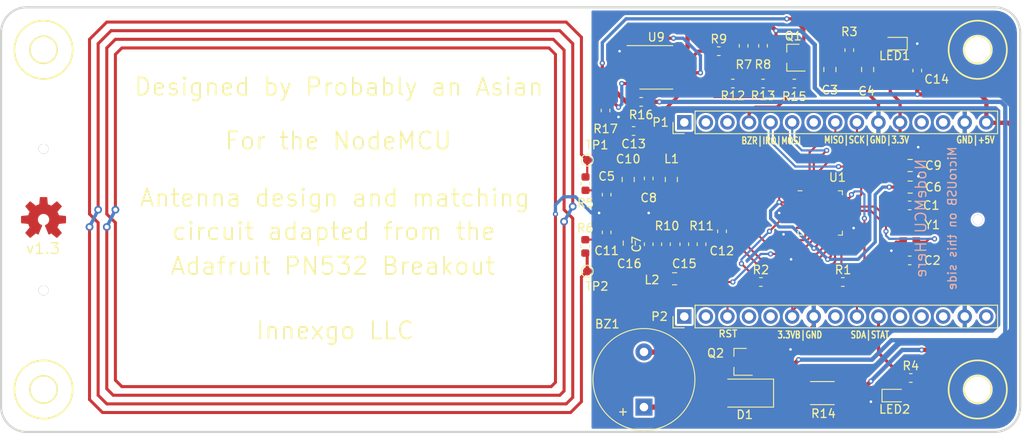
<source format=kicad_pcb>
(kicad_pcb (version 20171130) (host pcbnew "(5.1.5)-3")
  (layers (0 F.Cu signal) (31 B.Cu signal) (34 B.Paste user) (35 F.Paste user) (36 B.SilkS user) (37 F.SilkS user) (38 B.Mask user) (39 F.Mask user) (44 Edge.Cuts user))
  (net 0 "")
  (net 1 GND)
  (net 2 +5V)
  (net 3 "Net-(C1-Pad2)")
  (net 4 "Net-(C2-Pad2)")
  (net 5 +3V3)
  (net 6 "Net-(C10-Pad2)")
  (net 7 "Net-(C16-Pad2)")
  (net 8 "Net-(C10-Pad1)")
  (net 9 "Net-(C11-Pad1)")
  (net 10 "Net-(C12-Pad2)")
  (net 11 "Net-(C13-Pad2)")
  (net 12 "Net-(C15-Pad2)")
  (net 13 "Net-(C15-Pad1)")
  (net 14 "Net-(L1-Pad2)")
  (net 15 "Net-(L2-Pad1)")
  (net 16 "Net-(LED1-Pad2)")
  (net 17 "Net-(LED2-Pad2)")
  (net 18 "Net-(P1-Pad13)")
  (net 19 "Net-(P1-Pad12)")
  (net 20 /SCK)
  (net 21 /MISO)
  (net 22 "Net-(P1-Pad7)")
  (net 23 /MOSI)
  (net 24 /IRQ)
  (net 25 /GPIO-TH)
  (net 26 "Net-(P1-Pad3)")
  (net 27 "Net-(P1-Pad2)")
  (net 28 "Net-(P1-Pad1)")
  (net 29 "Net-(P2-Pad15)")
  (net 30 "Net-(P2-Pad13)")
  (net 31 "Net-(P2-Pad12)")
  (net 32 "Net-(P2-Pad11)")
  (net 33 /STATUS)
  (net 34 /SDA)
  (net 35 "Net-(P2-Pad8)")
  (net 36 +3.3VA)
  (net 37 "Net-(P2-Pad5)")
  (net 38 "Net-(P2-Pad4)")
  (net 39 /RST)
  (net 40 "Net-(P2-Pad2)")
  (net 41 "Net-(P2-Pad1)")
  (net 42 "Net-(Q1-Pad2)")
  (net 43 "Net-(Q1-Pad1)")
  (net 44 "Net-(Q2-Pad1)")
  (net 45 "Net-(R7-Pad1)")
  (net 46 "Net-(R12-Pad2)")
  (net 47 "Net-(R12-Pad1)")
  (net 48 /BZROSC)
  (net 49 "Net-(U1-Pad28)")
  (net 50 "Net-(U1-Pad27)")
  (net 51 "Net-(U1-Pad26)")
  (net 52 "Net-(U1-Pad25)")
  (net 53 "Net-(U1-Pad20)")
  (net 54 "Net-(U1-Pad19)")
  (net 55 "Net-(U1-Pad9)")
  (net 56 "Net-(U1-Pad8)")
  (net 57 "Net-(U1-Pad7)")
  (net 58 "Net-(U1-Pad1)")
  (net 59 "Net-(U9-Pad5)")
  (net 60 "Net-(BZ1-Pad2)")
  (net 61 "Net-(BZ1-Pad1)")
  (module Buzzer_Beeper:Buzzer_12x9.5RM6.5 (layer F.Cu) (at 111.5822 101.5238 90)
    (fp_text reference BZ1 (at 6.5266 -4.318 180) (layer F.SilkS))
    (fp_text value Buzzer)
    (fp_text user + (at -3.82 -2.54 90) (layer F.SilkS))
    (pad 2 thru_hole circle (at 3.25 0 90) (size 2 2) (drill 1) (layers *.Cu *.Mask) (net 60 "Net-(BZ1-Pad2)"))
    (pad 1 thru_hole rect (at -3.25 0 90) (size 2 2) (drill 1) (layers *.Cu *.Mask) (net 61 "Net-(BZ1-Pad1)"))
  )
  (module Capacitor_SMD:C_0805_2012Metric (layer F.Cu) (at 109.855 85.471 270)
    (fp_text reference C16 (at 2.413 0 180) (layer F.SilkS))
    (fp_text value 22pF)
    (pad 2 smd roundrect (at 0.9375 0 270) (size 0.975 1.4) (layers F.Cu F.Paste F.Mask) (net 7 "Net-(C16-Pad2)"))
    (pad 1 smd roundrect (at -0.9375 0 270) (size 0.975 1.4) (layers F.Cu F.Paste F.Mask) (net 9 "Net-(C11-Pad1)"))
  )
  (module Resistor_SMD:R_0603_1608Metric (layer F.Cu) (at 135.001 90.043 180)
    (fp_text reference R1 (at -0.0254 1.4224) (layer F.SilkS))
    (fp_text value 1.0K)
    (pad 2 smd roundrect (at 0.7875 0 180) (size 0.875 0.95) (layers F.Cu F.Paste F.Mask) (net 36 +3.3VA))
    (pad 1 smd roundrect (at -0.7875 0 180) (size 0.875 0.95) (layers F.Cu F.Paste F.Mask) (net 34 /SDA))
  )
  (module TestPoint:TestPoint_Pad_D1.0mm (layer F.Cu) (at 104.902 75.692)
    (fp_text reference TP1 (at 1.143 -1.778) (layer F.SilkS))
    (fp_text value TestPoint_Probe)
    (pad 1 smd circle (at 0 0) (size 1 1) (layers F.Cu F.Mask) (net 1 GND))
  )
  (module TestPoint:TestPoint_Pad_D1.0mm (layer F.Cu) (at 104.902 88.773)
    (fp_text reference TP2 (at 1.143 1.778) (layer F.SilkS))
    (fp_text value TestPoint_Probe)
    (pad 1 smd circle (at 0 0) (size 1 1) (layers F.Cu F.Mask) (net 1 GND))
  )
  (module Oscillator:Oscillator_SMD_EuroQuartz_XO32-4Pin_3.2x2.5mm (layer F.Cu) (at 142.875 84.201 90)
    (fp_text reference Y1 (at 0.889 2.667 180) (layer F.SilkS))
    (fp_text value "27.12 MHz")
    (pad 4 smd rect (at -1.075 -0.775 90) (size 1 0.9) (layers F.Cu F.Paste F.Mask) (net 1 GND))
    (pad 3 smd rect (at 1.075 -0.775 90) (size 1 0.9) (layers F.Cu F.Paste F.Mask) (net 3 "Net-(C1-Pad2)"))
    (pad 2 smd rect (at 1.075 0.775 90) (size 1 0.9) (layers F.Cu F.Paste F.Mask) (net 1 GND))
    (pad 1 smd rect (at -1.075 0.775 90) (size 1 0.9) (layers F.Cu F.Paste F.Mask) (net 4 "Net-(C2-Pad2)"))
  )
  (module Package_SO:SOIC-8_3.9x4.9mm_P1.27mm (layer F.Cu) (at 113.03 64.77)
    (fp_text reference U9 (at 0 -3.556) (layer F.SilkS))
    (fp_text value NE555)
    (pad 8 smd roundrect (at 2.475 -1.905) (size 1.95 0.6) (layers F.Cu F.Paste F.Mask) (net 2 +5V))
    (pad 7 smd roundrect (at 2.475 -0.635) (size 1.95 0.6) (layers F.Cu F.Paste F.Mask) (net 46 "Net-(R12-Pad2)"))
    (pad 6 smd roundrect (at 2.475 0.635) (size 1.95 0.6) (layers F.Cu F.Paste F.Mask) (net 11 "Net-(C13-Pad2)"))
    (pad 5 smd roundrect (at 2.475 1.905) (size 1.95 0.6) (layers F.Cu F.Paste F.Mask) (net 59 "Net-(U9-Pad5)"))
    (pad 4 smd roundrect (at -2.475 1.905) (size 1.95 0.6) (layers F.Cu F.Paste F.Mask) (net 42 "Net-(Q1-Pad2)"))
    (pad 3 smd roundrect (at -2.475 0.635) (size 1.95 0.6) (layers F.Cu F.Paste F.Mask) (net 48 /BZROSC))
    (pad 2 smd roundrect (at -2.475 -0.635) (size 1.95 0.6) (layers F.Cu F.Paste F.Mask) (net 11 "Net-(C13-Pad2)"))
    (pad 1 smd roundrect (at -2.475 -1.905) (size 1.95 0.6) (layers F.Cu F.Paste F.Mask) (net 1 GND))
  )
  (module Package_DFN_QFN:QFN-32-1EP_5x5mm_P0.5mm_EP3.1x3.1mm (layer F.Cu) (at 132.334 81.915)
    (fp_text reference U1 (at 2.032 -4.191) (layer F.SilkS))
    (fp_text value MFRC522)
    (pad 33 smd roundrect (at 0 0) (size 3.1 3.1) (layers F.Cu F.Mask) (roundrect_rratio 0.08064499999999999))
    (pad 1 smd roundrect (at -2.4375 -1.75) (size 0.875 0.25) (layers F.Cu F.Paste F.Mask) (net 58 "Net-(U1-Pad1)"))
    (pad 2 smd roundrect (at -2.4375 -1.25) (size 0.875 0.25) (layers F.Cu F.Paste F.Mask) (net 5 +3V3))
    (pad 3 smd roundrect (at -2.4375 -0.75) (size 0.875 0.25) (layers F.Cu F.Paste F.Mask) (net 5 +3V3))
    (pad 4 smd roundrect (at -2.4375 -0.25) (size 0.875 0.25) (layers F.Cu F.Paste F.Mask) (net 1 GND))
    (pad 5 smd roundrect (at -2.4375 0.25) (size 0.875 0.25) (layers F.Cu F.Paste F.Mask) (net 1 GND))
    (pad 6 smd roundrect (at -2.4375 0.75) (size 0.875 0.25) (layers F.Cu F.Paste F.Mask) (net 39 /RST))
    (pad 7 smd roundrect (at -2.4375 1.25) (size 0.875 0.25) (layers F.Cu F.Paste F.Mask) (net 57 "Net-(U1-Pad7)"))
    (pad 8 smd roundrect (at -2.4375 1.75) (size 0.875 0.25) (layers F.Cu F.Paste F.Mask) (net 56 "Net-(U1-Pad8)"))
    (pad 9 smd roundrect (at -1.75 2.4375) (size 0.25 0.875) (layers F.Cu F.Paste F.Mask) (net 55 "Net-(U1-Pad9)"))
    (pad 10 smd roundrect (at -1.25 2.4375) (size 0.25 0.875) (layers F.Cu F.Paste F.Mask) (net 1 GND))
    (pad 11 smd roundrect (at -0.75 2.4375) (size 0.25 0.875) (layers F.Cu F.Paste F.Mask) (net 14 "Net-(L1-Pad2)"))
    (pad 12 smd roundrect (at -0.25 2.4375) (size 0.25 0.875) (layers F.Cu F.Paste F.Mask) (net 5 +3V3))
    (pad 13 smd roundrect (at 0.25 2.4375) (size 0.25 0.875) (layers F.Cu F.Paste F.Mask) (net 15 "Net-(L2-Pad1)"))
    (pad 14 smd roundrect (at 0.75 2.4375) (size 0.25 0.875) (layers F.Cu F.Paste F.Mask) (net 1 GND))
    (pad 15 smd roundrect (at 1.25 2.4375) (size 0.25 0.875) (layers F.Cu F.Paste F.Mask) (net 5 +3V3))
    (pad 16 smd roundrect (at 1.75 2.4375) (size 0.25 0.875) (layers F.Cu F.Paste F.Mask) (net 10 "Net-(C12-Pad2)"))
    (pad 17 smd roundrect (at 2.4375 1.75) (size 0.875 0.25) (layers F.Cu F.Paste F.Mask) (net 13 "Net-(C15-Pad1)"))
    (pad 18 smd roundrect (at 2.4375 1.25) (size 0.875 0.25) (layers F.Cu F.Paste F.Mask) (net 1 GND))
    (pad 19 smd roundrect (at 2.4375 0.75) (size 0.875 0.25) (layers F.Cu F.Paste F.Mask) (net 54 "Net-(U1-Pad19)"))
    (pad 20 smd roundrect (at 2.4375 0.25) (size 0.875 0.25) (layers F.Cu F.Paste F.Mask) (net 53 "Net-(U1-Pad20)"))
    (pad 21 smd roundrect (at 2.4375 -0.25) (size 0.875 0.25) (layers F.Cu F.Paste F.Mask) (net 4 "Net-(C2-Pad2)"))
    (pad 22 smd roundrect (at 2.4375 -0.75) (size 0.875 0.25) (layers F.Cu F.Paste F.Mask) (net 3 "Net-(C1-Pad2)"))
    (pad 23 smd roundrect (at 2.4375 -1.25) (size 0.875 0.25) (layers F.Cu F.Paste F.Mask) (net 24 /IRQ))
    (pad 24 smd roundrect (at 2.4375 -1.75) (size 0.875 0.25) (layers F.Cu F.Paste F.Mask) (net 34 /SDA))
    (pad 25 smd roundrect (at 1.75 -2.4375) (size 0.25 0.875) (layers F.Cu F.Paste F.Mask) (net 52 "Net-(U1-Pad25)"))
    (pad 26 smd roundrect (at 1.25 -2.4375) (size 0.25 0.875) (layers F.Cu F.Paste F.Mask) (net 51 "Net-(U1-Pad26)"))
    (pad 27 smd roundrect (at 0.75 -2.4375) (size 0.25 0.875) (layers F.Cu F.Paste F.Mask) (net 50 "Net-(U1-Pad27)"))
    (pad 28 smd roundrect (at 0.25 -2.4375) (size 0.25 0.875) (layers F.Cu F.Paste F.Mask) (net 49 "Net-(U1-Pad28)"))
    (pad 29 smd roundrect (at -0.25 -2.4375) (size 0.25 0.875) (layers F.Cu F.Paste F.Mask) (net 20 /SCK))
    (pad 30 smd roundrect (at -0.75 -2.4375) (size 0.25 0.875) (layers F.Cu F.Paste F.Mask) (net 23 /MOSI))
    (pad 31 smd roundrect (at -1.25 -2.4375) (size 0.25 0.875) (layers F.Cu F.Paste F.Mask) (net 21 /MISO))
    (pad 32 smd roundrect (at -1.75 -2.4375) (size 0.25 0.875) (layers F.Cu F.Paste F.Mask) (net 5 +3V3))
  )
  (module Resistor_SMD:R_0603_1608Metric (layer F.Cu) (at 107.061 69.85 270)
    (fp_text reference R17 (at 2.159 0) (layer F.SilkS))
    (fp_text value 3.3K)
    (pad 2 smd roundrect (at 0.7875 0 270) (size 0.875 0.95) (layers F.Cu F.Paste F.Mask) (net 1 GND))
    (pad 1 smd roundrect (at -0.7875 0 270) (size 0.875 0.95) (layers F.Cu F.Paste F.Mask) (net 42 "Net-(Q1-Pad2)"))
  )
  (module Resistor_SMD:R_0603_1608Metric (layer F.Cu) (at 111.252 68.834)
    (fp_text reference R16 (at 0 1.524) (layer F.SilkS) (effects (font (thickness 0.153))))
    (fp_text value 200)
    (pad 2 smd roundrect (at 0.7875 0) (size 0.875 0.95) (layers F.Cu F.Paste F.Mask) (net 44 "Net-(Q2-Pad1)"))
    (pad 1 smd roundrect (at -0.7875 0) (size 0.875 0.95) (layers F.Cu F.Paste F.Mask) (net 48 /BZROSC))
  )
  (module Resistor_SMD:R_0603_1608Metric (layer F.Cu) (at 129.286 66.675 180)
    (fp_text reference R15 (at 0 -1.524) (layer F.SilkS))
    (fp_text value 9.1K)
    (pad 2 smd roundrect (at 0.7875 0 180) (size 0.875 0.95) (layers F.Cu F.Paste F.Mask) (net 25 /GPIO-TH))
    (pad 1 smd roundrect (at -0.7875 0 180) (size 0.875 0.95) (layers F.Cu F.Paste F.Mask) (net 43 "Net-(Q1-Pad1)"))
  )
  (module Resistor_SMD:R_2010_5025Metric (layer F.Cu) (at 132.588 103.124 180)
    (fp_text reference R14 (at -0.127 -2.413) (layer F.SilkS))
    (fp_text value 39)
    (pad 2 smd roundrect (at 2.25 0 180) (size 1.35 2.65) (layers F.Cu F.Paste F.Mask) (roundrect_rratio 0.185185) (net 61 "Net-(BZ1-Pad1)"))
    (pad 1 smd roundrect (at -2.25 0 180) (size 1.35 2.65) (layers F.Cu F.Paste F.Mask) (roundrect_rratio 0.185185) (net 2 +5V))
  )
  (module Resistor_SMD:R_0603_1608Metric (layer F.Cu) (at 125.603 66.675 180)
    (fp_text reference R13 (at 0 -1.43) (layer F.SilkS))
    (fp_text value 2K)
    (pad 2 smd roundrect (at 0.7875 0 180) (size 0.875 0.95) (layers F.Cu F.Paste F.Mask) (net 47 "Net-(R12-Pad1)"))
    (pad 1 smd roundrect (at -0.7875 0 180) (size 0.875 0.95) (layers F.Cu F.Paste F.Mask) (net 11 "Net-(C13-Pad2)"))
  )
  (module Resistor_SMD:R_0603_1608Metric (layer F.Cu) (at 122.047 66.675 180)
    (fp_text reference R12 (at 0 -1.43) (layer F.SilkS))
    (fp_text value 68K)
    (pad 2 smd roundrect (at 0.7875 0 180) (size 0.875 0.95) (layers F.Cu F.Paste F.Mask) (net 46 "Net-(R12-Pad2)"))
    (pad 1 smd roundrect (at -0.7875 0 180) (size 0.875 0.95) (layers F.Cu F.Paste F.Mask) (net 47 "Net-(R12-Pad1)"))
  )
  (module Resistor_SMD:R_0603_1608Metric (layer F.Cu) (at 118.364 85.598 90)
    (fp_text reference R11 (at 2.159 0 180) (layer F.SilkS))
    (fp_text value 1.0K)
    (pad 2 smd roundrect (at 0.7875 0 90) (size 0.875 0.95) (layers F.Cu F.Paste F.Mask) (net 10 "Net-(C12-Pad2)"))
    (pad 1 smd roundrect (at -0.7875 0 90) (size 0.875 0.95) (layers F.Cu F.Paste F.Mask) (net 13 "Net-(C15-Pad1)"))
  )
  (module Resistor_SMD:R_0603_1608Metric (layer F.Cu) (at 114.173 85.598 270)
    (fp_text reference R10 (at -2.159 -0.127 180) (layer F.SilkS))
    (fp_text value 1.69K)
    (pad 2 smd roundrect (at 0.7875 0 270) (size 0.875 0.95) (layers F.Cu F.Paste F.Mask) (net 7 "Net-(C16-Pad2)"))
    (pad 1 smd roundrect (at -0.7875 0 270) (size 0.875 0.95) (layers F.Cu F.Paste F.Mask) (net 12 "Net-(C15-Pad2)"))
  )
  (module Resistor_SMD:R_0603_1608Metric (layer F.Cu) (at 120.396 62.865)
    (fp_text reference R9 (at 0 -1.43) (layer F.SilkS))
    (fp_text value 68)
    (pad 2 smd roundrect (at 0.7875 0) (size 0.875 0.95) (layers F.Cu F.Paste F.Mask) (net 45 "Net-(R7-Pad1)"))
    (pad 1 smd roundrect (at -0.7875 0) (size 0.875 0.95) (layers F.Cu F.Paste F.Mask) (net 46 "Net-(R12-Pad2)"))
  )
  (module Resistor_SMD:R_0603_1608Metric (layer F.Cu) (at 125.603 62.23 90)
    (fp_text reference R8 (at -2.20218 -0.01524 180) (layer F.SilkS))
    (fp_text value 18K)
    (pad 2 smd roundrect (at 0.7875 0 90) (size 0.875 0.95) (layers F.Cu F.Paste F.Mask) (net 2 +5V))
    (pad 1 smd roundrect (at -0.7875 0 90) (size 0.875 0.95) (layers F.Cu F.Paste F.Mask) (net 45 "Net-(R7-Pad1)"))
  )
  (module Resistor_SMD:R_0603_1608Metric (layer F.Cu) (at 123.317 62.23 90)
    (fp_text reference R7 (at -2.22 0.023) (layer F.SilkS))
    (fp_text value 18K)
    (pad 2 smd roundrect (at 0.7875 0 90) (size 0.875 0.95) (layers F.Cu F.Paste F.Mask) (net 2 +5V))
    (pad 1 smd roundrect (at -0.7875 0 90) (size 0.875 0.95) (layers F.Cu F.Paste F.Mask) (net 45 "Net-(R7-Pad1)"))
  )
  (module Resistor_SMD:R_0603_1608Metric (layer F.Cu) (at 104.6734 85.852 270)
    (fp_text reference R6 (at -2.159 0 180) (layer F.SilkS))
    (fp_text value 1.5)
    (pad 2 smd roundrect (at 0.7875 0 270) (size 0.875 0.95) (layers F.Cu F.Paste F.Mask) (net 1 GND))
    (pad 1 smd roundrect (at -0.7875 0 270) (size 0.875 0.95) (layers F.Cu F.Paste F.Mask) (net 9 "Net-(C11-Pad1)"))
  )
  (module Resistor_SMD:R_0603_1608Metric (layer F.Cu) (at 104.6988 78.4606 270)
    (fp_text reference R5 (at 2.286 0 180) (layer F.SilkS))
    (fp_text value 1.5)
    (pad 2 smd roundrect (at 0.7875 0 270) (size 0.875 0.95) (layers F.Cu F.Paste F.Mask) (net 6 "Net-(C10-Pad2)"))
    (pad 1 smd roundrect (at -0.7875 0 270) (size 0.875 0.95) (layers F.Cu F.Paste F.Mask) (net 1 GND))
  )
  (module Resistor_SMD:R_0603_1608Metric (layer F.Cu) (at 143.002 101.346)
    (fp_text reference R4 (at 0 -1.43) (layer F.SilkS))
    (fp_text value 24)
    (pad 2 smd roundrect (at 0.7875 0) (size 0.875 0.95) (layers F.Cu F.Paste F.Mask) (net 17 "Net-(LED2-Pad2)"))
    (pad 1 smd roundrect (at -0.7875 0) (size 0.875 0.95) (layers F.Cu F.Paste F.Mask) (net 33 /STATUS))
  )
  (module Resistor_SMD:R_0603_1608Metric (layer F.Cu) (at 135.763 62.738 90)
    (fp_text reference R3 (at 2.159 0 180) (layer F.SilkS))
    (fp_text value 15)
    (pad 2 smd roundrect (at 0.7875 0 90) (size 0.875 0.95) (layers F.Cu F.Paste F.Mask) (net 16 "Net-(LED1-Pad2)"))
    (pad 1 smd roundrect (at -0.7875 0 90) (size 0.875 0.95) (layers F.Cu F.Paste F.Mask) (net 5 +3V3))
  )
  (module Resistor_SMD:R_0603_1608Metric (layer F.Cu) (at 125.349 90.043)
    (fp_text reference R2 (at 0 -1.43) (layer F.SilkS))
    (fp_text value 1.0K)
    (pad 2 smd roundrect (at 0.7875 0) (size 0.875 0.95) (layers F.Cu F.Paste F.Mask) (net 36 +3.3VA))
    (pad 1 smd roundrect (at -0.7875 0) (size 0.875 0.95) (layers F.Cu F.Paste F.Mask) (net 39 /RST))
  )
  (module Package_TO_SOT_SMD:SOT-23 (layer F.Cu) (at 122.936 99.441 180)
    (fp_text reference Q2 (at 2.921 1.016) (layer F.SilkS))
    (fp_text value Q_NPN_BEC)
    (pad 3 smd rect (at 1 0 180) (size 0.9 0.8) (layers F.Cu F.Paste F.Mask) (net 60 "Net-(BZ1-Pad2)"))
    (pad 2 smd rect (at -1 0.95 180) (size 0.9 0.8) (layers F.Cu F.Paste F.Mask) (net 1 GND))
    (pad 1 smd rect (at -1 -0.95 180) (size 0.9 0.8) (layers F.Cu F.Paste F.Mask) (net 44 "Net-(Q2-Pad1)"))
  )
  (module Package_TO_SOT_SMD:SOT-23 (layer F.Cu) (at 129.159 63.627 180)
    (fp_text reference Q1 (at 0 2.54) (layer F.SilkS))
    (fp_text value Q_NPN_BEC)
    (pad 3 smd rect (at 1 0 180) (size 0.9 0.8) (layers F.Cu F.Paste F.Mask) (net 2 +5V))
    (pad 2 smd rect (at -1 0.95 180) (size 0.9 0.8) (layers F.Cu F.Paste F.Mask) (net 42 "Net-(Q1-Pad2)"))
    (pad 1 smd rect (at -1 -0.95 180) (size 0.9 0.8) (layers F.Cu F.Paste F.Mask) (net 43 "Net-(Q1-Pad1)"))
  )
  (module Connector_PinHeader_2.54mm:PinHeader_1x15_P2.54mm_Vertical (layer F.Cu) (at 116.332 94.107 90)
    (fp_text reference P2 (at 0 -2.921 180) (layer F.SilkS))
    (fp_text value "ESP32 NODEMCU DEVKIT1 RIGHT HEADER-MALE-2.54")
    (pad 15 thru_hole oval (at 0 35.56 90) (size 1.7 1.7) (drill 1) (layers *.Cu *.Mask) (net 29 "Net-(P2-Pad15)"))
    (pad 14 thru_hole oval (at 0 33.02 90) (size 1.7 1.7) (drill 1) (layers *.Cu *.Mask) (net 1 GND))
    (pad 13 thru_hole oval (at 0 30.48 90) (size 1.7 1.7) (drill 1) (layers *.Cu *.Mask) (net 30 "Net-(P2-Pad13)"))
    (pad 12 thru_hole oval (at 0 27.94 90) (size 1.7 1.7) (drill 1) (layers *.Cu *.Mask) (net 31 "Net-(P2-Pad12)"))
    (pad 11 thru_hole oval (at 0 25.4 90) (size 1.7 1.7) (drill 1) (layers *.Cu *.Mask) (net 32 "Net-(P2-Pad11)"))
    (pad 10 thru_hole oval (at 0 22.86 90) (size 1.7 1.7) (drill 1) (layers *.Cu *.Mask) (net 33 /STATUS))
    (pad 9 thru_hole oval (at 0 20.32 90) (size 1.7 1.7) (drill 1) (layers *.Cu *.Mask) (net 34 /SDA))
    (pad 8 thru_hole oval (at 0 17.78 90) (size 1.7 1.7) (drill 1) (layers *.Cu *.Mask) (net 35 "Net-(P2-Pad8)"))
    (pad 7 thru_hole oval (at 0 15.24 90) (size 1.7 1.7) (drill 1) (layers *.Cu *.Mask) (net 1 GND))
    (pad 6 thru_hole oval (at 0 12.7 90) (size 1.7 1.7) (drill 1) (layers *.Cu *.Mask) (net 36 +3.3VA))
    (pad 5 thru_hole oval (at 0 10.16 90) (size 1.7 1.7) (drill 1) (layers *.Cu *.Mask) (net 37 "Net-(P2-Pad5)"))
    (pad 4 thru_hole oval (at 0 7.62 90) (size 1.7 1.7) (drill 1) (layers *.Cu *.Mask) (net 38 "Net-(P2-Pad4)"))
    (pad 3 thru_hole oval (at 0 5.08 90) (size 1.7 1.7) (drill 1) (layers *.Cu *.Mask) (net 39 /RST))
    (pad 2 thru_hole oval (at 0 2.54 90) (size 1.7 1.7) (drill 1) (layers *.Cu *.Mask) (net 40 "Net-(P2-Pad2)"))
    (pad 1 thru_hole rect (at 0 0 90) (size 1.7 1.7) (drill 1) (layers *.Cu *.Mask) (net 41 "Net-(P2-Pad1)"))
  )
  (module Connector_PinHeader_2.54mm:PinHeader_1x15_P2.54mm_Vertical (layer F.Cu) (at 116.332 71.247 90)
    (fp_text reference P1 (at 0 -2.794 180) (layer F.SilkS))
    (fp_text value "ESP32 NODEMCU DEVKIT1 LEFT HEADER-MALE-2.54")
    (pad 15 thru_hole oval (at 0 35.56 90) (size 1.7 1.7) (drill 1) (layers *.Cu *.Mask) (net 2 +5V))
    (pad 14 thru_hole oval (at 0 33.02 90) (size 1.7 1.7) (drill 1) (layers *.Cu *.Mask) (net 1 GND))
    (pad 13 thru_hole oval (at 0 30.48 90) (size 1.7 1.7) (drill 1) (layers *.Cu *.Mask) (net 18 "Net-(P1-Pad13)"))
    (pad 12 thru_hole oval (at 0 27.94 90) (size 1.7 1.7) (drill 1) (layers *.Cu *.Mask) (net 19 "Net-(P1-Pad12)"))
    (pad 11 thru_hole oval (at 0 25.4 90) (size 1.7 1.7) (drill 1) (layers *.Cu *.Mask) (net 5 +3V3))
    (pad 10 thru_hole oval (at 0 22.86 90) (size 1.7 1.7) (drill 1) (layers *.Cu *.Mask) (net 1 GND))
    (pad 9 thru_hole oval (at 0 20.32 90) (size 1.7 1.7) (drill 1) (layers *.Cu *.Mask) (net 20 /SCK))
    (pad 8 thru_hole oval (at 0 17.78 90) (size 1.7 1.7) (drill 1) (layers *.Cu *.Mask) (net 21 /MISO))
    (pad 7 thru_hole oval (at 0 15.24 90) (size 1.7 1.7) (drill 1) (layers *.Cu *.Mask) (net 22 "Net-(P1-Pad7)"))
    (pad 6 thru_hole oval (at 0 12.7 90) (size 1.7 1.7) (drill 1) (layers *.Cu *.Mask) (net 23 /MOSI))
    (pad 5 thru_hole oval (at 0 10.16 90) (size 1.7 1.7) (drill 1) (layers *.Cu *.Mask) (net 24 /IRQ))
    (pad 4 thru_hole oval (at 0 7.62 90) (size 1.7 1.7) (drill 1) (layers *.Cu *.Mask) (net 25 /GPIO-TH))
    (pad 3 thru_hole oval (at 0 5.08 90) (size 1.7 1.7) (drill 1) (layers *.Cu *.Mask) (net 26 "Net-(P1-Pad3)"))
    (pad 2 thru_hole oval (at 0 2.54 90) (size 1.7 1.7) (drill 1) (layers *.Cu *.Mask) (net 27 "Net-(P1-Pad2)"))
    (pad 1 thru_hole rect (at 0 0 90) (size 1.7 1.7) (drill 1) (layers *.Cu *.Mask) (net 28 "Net-(P1-Pad1)"))
  )
  (module LED_SMD:LED_0603_1608Metric (layer F.Cu) (at 141.097 103.416)
    (fp_text reference LED2 (at 0 1.613) (layer F.SilkS))
    (fp_text value LED)
    (pad 2 smd roundrect (at 0.7875 0) (size 0.875 0.95) (layers F.Cu F.Paste F.Mask) (net 17 "Net-(LED2-Pad2)"))
    (pad 1 smd roundrect (at -0.7875 0) (size 0.875 0.95) (layers F.Cu F.Paste F.Mask) (net 1 GND))
  )
  (module LED_SMD:LED_0603_1608Metric (layer F.Cu) (at 141.097 61.976 180)
    (fp_text reference LED1 (at 0 -1.43) (layer F.SilkS))
    (fp_text value LED)
    (pad 2 smd roundrect (at 0.7875 0 180) (size 0.875 0.95) (layers F.Cu F.Paste F.Mask) (net 16 "Net-(LED1-Pad2)"))
    (pad 1 smd roundrect (at -0.7875 0 180) (size 0.875 0.95) (layers F.Cu F.Paste F.Mask) (net 1 GND))
  )
  (module Inductor_SMD:L_0805_2012Metric (layer F.Cu) (at 115.189 89.662 180)
    (fp_text reference L2 (at 2.667 -0.127) (layer F.SilkS))
    (fp_text value 560nH)
    (pad 2 smd roundrect (at 0.9375 0 180) (size 0.975 1.4) (layers F.Cu F.Paste F.Mask) (net 7 "Net-(C16-Pad2)"))
    (pad 1 smd roundrect (at -0.9375 0 180) (size 0.975 1.4) (layers F.Cu F.Paste F.Mask) (net 15 "Net-(L2-Pad1)"))
  )
  (module Inductor_SMD:L_0805_2012Metric (layer F.Cu) (at 114.808 77.978 270)
    (fp_text reference L1 (at -2.4384 -0.0254 180) (layer F.SilkS))
    (fp_text value 560nH)
    (pad 2 smd roundrect (at 0.9375 0 270) (size 0.975 1.4) (layers F.Cu F.Paste F.Mask) (net 14 "Net-(L1-Pad2)"))
    (pad 1 smd roundrect (at -0.9375 0 270) (size 0.975 1.4) (layers F.Cu F.Paste F.Mask) (net 8 "Net-(C10-Pad1)"))
  )
  (module Diode_SMD:D_SMA (layer F.Cu) (at 123.444 103.124 180)
    (fp_text reference D1 (at 0 -2.54) (layer F.SilkS))
    (fp_text value D_Schottky)
    (pad 2 smd rect (at 2 0 180) (size 2.5 1.8) (layers F.Cu F.Paste F.Mask) (net 60 "Net-(BZ1-Pad2)"))
    (pad 1 smd rect (at -2 0 180) (size 2.5 1.8) (layers F.Cu F.Paste F.Mask) (net 61 "Net-(BZ1-Pad1)"))
  )
  (module Capacitor_SMD:C_0603_1608Metric (layer F.Cu) (at 116.332 85.598 90)
    (fp_text reference C15 (at -2.286 0 180) (layer F.SilkS))
    (fp_text value 1nF)
    (pad 2 smd roundrect (at 0.7875 0 90) (size 0.875 0.95) (layers F.Cu F.Paste F.Mask) (net 12 "Net-(C15-Pad2)"))
    (pad 1 smd roundrect (at -0.7875 0 90) (size 0.875 0.95) (layers F.Cu F.Paste F.Mask) (net 13 "Net-(C15-Pad1)"))
  )
  (module Capacitor_SMD:C_0603_1608Metric (layer F.Cu) (at 143.764 65.151 90)
    (fp_text reference C14 (at -1.016 2.286 180) (layer F.SilkS) (effects (font (thickness 0.153))))
    (fp_text value 10nF)
    (pad 2 smd roundrect (at 0.7875 0 90) (size 0.875 0.95) (layers F.Cu F.Paste F.Mask) (net 1 GND))
    (pad 1 smd roundrect (at -0.7875 0 90) (size 0.875 0.95) (layers F.Cu F.Paste F.Mask) (net 2 +5V))
  )
  (module Capacitor_SMD:C_0603_1608Metric (layer F.Cu) (at 110.363 72.263)
    (fp_text reference C13 (at 0 1.524) (layer F.SilkS))
    (fp_text value 22nF)
    (pad 2 smd roundrect (at 0.7875 0) (size 0.875 0.95) (layers F.Cu F.Paste F.Mask) (net 11 "Net-(C13-Pad2)"))
    (pad 1 smd roundrect (at -0.7875 0) (size 0.875 0.95) (layers F.Cu F.Paste F.Mask) (net 1 GND))
  )
  (module Capacitor_SMD:C_0603_1608Metric (layer F.Cu) (at 120.777 84.074 270)
    (fp_text reference C12 (at 2.3114 0.0254 180) (layer F.SilkS))
    (fp_text value 100nF)
    (pad 2 smd roundrect (at 0.7875 0 270) (size 0.875 0.95) (layers F.Cu F.Paste F.Mask) (net 10 "Net-(C12-Pad2)"))
    (pad 1 smd roundrect (at -0.7875 0 270) (size 0.875 0.95) (layers F.Cu F.Paste F.Mask) (net 1 GND))
  )
  (module Capacitor_SMD:C_0603_1608Metric (layer F.Cu) (at 107.188 84.201 90)
    (fp_text reference C11 (at -2.159 0 180) (layer F.SilkS))
    (fp_text value 100pF)
    (pad 2 smd roundrect (at 0.7875 0 90) (size 0.875 0.95) (layers F.Cu F.Paste F.Mask) (net 1 GND))
    (pad 1 smd roundrect (at -0.7875 0 90) (size 0.875 0.95) (layers F.Cu F.Paste F.Mask) (net 9 "Net-(C11-Pad1)"))
  )
  (module Capacitor_SMD:C_0805_2012Metric (layer F.Cu) (at 109.728 77.978 270)
    (fp_text reference C10 (at -2.413 0 180) (layer F.SilkS))
    (fp_text value 22pF)
    (pad 2 smd roundrect (at 0.9375 0 270) (size 0.975 1.4) (layers F.Cu F.Paste F.Mask) (net 6 "Net-(C10-Pad2)"))
    (pad 1 smd roundrect (at -0.9375 0 270) (size 0.975 1.4) (layers F.Cu F.Paste F.Mask) (net 8 "Net-(C10-Pad1)"))
  )
  (module Capacitor_SMD:C_0805_2012Metric (layer F.Cu) (at 142.926 76.327)
    (fp_text reference C9 (at 2.743 0) (layer F.SilkS))
    (fp_text value 1uF)
    (pad 2 smd roundrect (at 0.9375 0) (size 0.975 1.4) (layers F.Cu F.Paste F.Mask) (net 1 GND))
    (pad 1 smd roundrect (at -0.9375 0) (size 0.975 1.4) (layers F.Cu F.Paste F.Mask) (net 5 +3V3))
  )
  (module Capacitor_SMD:C_0603_1608Metric (layer F.Cu) (at 112.141 77.851 90)
    (fp_text reference C8 (at -2.286 0 180) (layer F.SilkS))
    (fp_text value 220pF)
    (pad 2 smd roundrect (at 0.7875 0 90) (size 0.875 0.95) (layers F.Cu F.Paste F.Mask) (net 8 "Net-(C10-Pad1)"))
    (pad 1 smd roundrect (at -0.7875 0 90) (size 0.875 0.95) (layers F.Cu F.Paste F.Mask) (net 1 GND))
  )
  (module Capacitor_SMD:C_0603_1608Metric (layer F.Cu) (at 112.141 85.598 90)
    (fp_text reference C7 (at 0 -1.43 90) (layer F.SilkS))
    (fp_text value 220pF)
    (pad 2 smd roundrect (at 0.7875 0 90) (size 0.875 0.95) (layers F.Cu F.Paste F.Mask) (net 1 GND))
    (pad 1 smd roundrect (at -0.7875 0 90) (size 0.875 0.95) (layers F.Cu F.Paste F.Mask) (net 7 "Net-(C16-Pad2)"))
  )
  (module Capacitor_SMD:C_0805_2012Metric (layer F.Cu) (at 142.926 78.867)
    (fp_text reference C6 (at 2.743 0) (layer F.SilkS))
    (fp_text value 1uF)
    (pad 2 smd roundrect (at 0.9375 0) (size 0.975 1.4) (layers F.Cu F.Paste F.Mask) (net 1 GND))
    (pad 1 smd roundrect (at -0.9375 0) (size 0.975 1.4) (layers F.Cu F.Paste F.Mask) (net 5 +3V3))
  )
  (module Capacitor_SMD:C_0603_1608Metric (layer F.Cu) (at 107.188 79.756 90)
    (fp_text reference C5 (at 2.159 0 180) (layer F.SilkS))
    (fp_text value 100pF)
    (pad 2 smd roundrect (at 0.7875 0 90) (size 0.875 0.95) (layers F.Cu F.Paste F.Mask) (net 6 "Net-(C10-Pad2)"))
    (pad 1 smd roundrect (at -0.7875 0 90) (size 0.875 0.95) (layers F.Cu F.Paste F.Mask) (net 1 GND))
  )
  (module Capacitor_SMD:C_0805_2012Metric (layer F.Cu) (at 137.922 65.024 270)
    (fp_text reference C4 (at 2.54 0.127 180) (layer F.SilkS))
    (fp_text value C_Small)
    (pad 2 smd roundrect (at 0.9375 0 270) (size 0.975 1.4) (layers F.Cu F.Paste F.Mask) (net 1 GND))
    (pad 1 smd roundrect (at -0.9375 0 270) (size 0.975 1.4) (layers F.Cu F.Paste F.Mask) (net 5 +3V3))
  )
  (module Capacitor_SMD:C_0805_2012Metric (layer F.Cu) (at 133.477 65.024 270)
    (fp_text reference C3 (at 2.413 0 180) (layer F.SilkS))
    (fp_text value C_Small)
    (pad 2 smd roundrect (at 0.9375 0 270) (size 0.975 1.4) (layers F.Cu F.Paste F.Mask) (net 1 GND))
    (pad 1 smd roundrect (at -0.9375 0 270) (size 0.975 1.4) (layers F.Cu F.Paste F.Mask) (net 5 +3V3))
  )
  (module Capacitor_SMD:C_0603_1608Metric (layer F.Cu) (at 142.875 87.503)
    (fp_text reference C2 (at 2.667 0) (layer F.SilkS))
    (fp_text value 33pF)
    (pad 2 smd roundrect (at 0.7875 0) (size 0.875 0.95) (layers F.Cu F.Paste F.Mask) (net 4 "Net-(C2-Pad2)"))
    (pad 1 smd roundrect (at -0.7875 0) (size 0.875 0.95) (layers F.Cu F.Paste F.Mask) (net 1 GND))
  )
  (module Capacitor_SMD:C_0603_1608Metric (layer F.Cu) (at 142.875 81.026 180)
    (fp_text reference C1 (at -2.54 0) (layer F.SilkS))
    (fp_text value 33pF)
    (pad 2 smd roundrect (at 0.7875 0 180) (size 0.875 0.95) (layers F.Cu F.Paste F.Mask) (net 3 "Net-(C1-Pad2)"))
    (pad 1 smd roundrect (at -0.7875 0 180) (size 0.875 0.95) (layers F.Cu F.Paste F.Mask) (net 1 GND))
  )
  (module easyeda:TOOLING_HOLE_JLCPCB (layer F.Cu) (at 150.885 82.696)
    (fp_text reference U8 hide)
    (fp_text value "Tooling Hole" hide)
    (pad 1 thru_hole circle (at 0 0) (size 1.152 1.152) (drill 1.152) (layers *.Cu *.Paste *.Mask))
  )
  (module easyeda:TOOLING_HOLE_JLCPCB (layer F.Cu) (at 40.885 91.029)
    (fp_text reference U7 hide)
    (fp_text value "Tooling Hole" hide)
    (pad 1 thru_hole circle (at 0 0) (size 1.152 1.152) (drill 1.152) (layers *.Cu *.Paste *.Mask))
  )
  (module easyeda:TOOLING_HOLE_JLCPCB (layer F.Cu) (at 40.885 74.363)
    (fp_text reference U6 hide)
    (fp_text value "Tooling Hole" hide)
    (pad 1 thru_hole circle (at 0 0) (size 1.152 1.152) (drill 1.152) (layers *.Cu *.Paste *.Mask))
  )
  (module easyeda:OSHWLOGO_TOP_0.2 (layer F.Cu) (at 40.885 82.696)
    (fp_text reference 1 hide)
    (fp_text value OSHW-LOGOM hide)
    (fp_poly (pts (xy 0.668 1.613) (xy 0.8 1.552) (xy 0.925 1.481) (xy 1.564 2.002) (xy 2.002 1.564) (xy 1.481 0.925) (xy 1.574 0.756) (xy 1.648 0.578) (xy 1.702 0.393) (xy 2.521 0.31) (xy 2.521 -0.31) (xy 1.702 -0.393) (xy 1.648 -0.578) (xy 1.574 -0.756) (xy 1.481 -0.925) (xy 2.002 -1.564) (xy 1.564 -2.002) (xy 0.925 -1.481) (xy 0.756 -1.574) (xy 0.578 -1.648) (xy 0.393 -1.702) (xy 0.31 -2.521) (xy -0.31 -2.521) (xy -0.393 -1.702) (xy -0.578 -1.648) (xy -0.756 -1.574) (xy -0.925 -1.481) (xy -1.564 -2.002) (xy -2.002 -1.564) (xy -1.481 -0.925) (xy -1.574 -0.756) (xy -1.648 -0.578) (xy -1.702 -0.393) (xy -2.521 -0.31) (xy -2.521 0.31) (xy -1.702 0.393) (xy -1.648 0.578) (xy -1.574 0.756) (xy -1.481 0.925) (xy -2.002 1.564) (xy -1.564 2.002) (xy -0.925 1.481) (xy -0.8 1.552) (xy -0.668 1.613) (xy -0.304 0.733) (xy -0.388 0.693) (xy -0.467 0.642) (xy -0.539 0.583) (xy -0.604 0.516) (xy -0.66 0.441) (xy -0.707 0.36) (xy -0.745 0.275) (xy -0.772 0.185) (xy -0.788 0.093) (xy -0.794 0) (xy -0.788 -0.098) (xy -0.77 -0.194) (xy -0.74 -0.287) (xy -0.699 -0.376) (xy -0.647 -0.459) (xy -0.586 -0.535) (xy -0.516 -0.604) (xy -0.437 -0.662) (xy -0.352 -0.711) (xy -0.262 -0.749) (xy -0.168 -0.776) (xy -0.071 -0.79) (xy 0.027 -0.793) (xy 0.124 -0.784) (xy 0.22 -0.763) (xy 0.312 -0.73) (xy 0.399 -0.686) (xy 0.481 -0.631) (xy 0.555 -0.567) (xy 0.621 -0.495) (xy 0.677 -0.415) (xy 0.723 -0.328) (xy 0.758 -0.237) (xy 0.781 -0.142) (xy 0.792 -0.044) (xy 0.792 0.053) (xy 0.779 0.151) (xy 0.755 0.245) (xy 0.719 0.336) (xy 0.672 0.422) (xy 0.615 0.502) (xy 0.549 0.574) (xy 0.474 0.637) (xy 0.392 0.69) (xy 0.304 0.733)) (layer F.Cu) (width 0))
    (fp_arc (start -0.001 0) (end 0.925 1.481) (angle 9.501) (layer F.Cu) (width 0.254))
    (fp_line (start 0.925 1.481) (end 1.564 2.002) (layer F.Cu) (width 0.254))
    (fp_line (start 1.564 2.002) (end 2.002 1.564) (layer F.Cu) (width 0.254))
    (fp_line (start 2.002 1.564) (end 1.481 0.925) (layer F.Cu) (width 0.254))
    (fp_arc (start 0 0) (end 1.702 0.393) (angle 19.004) (layer F.Cu) (width 0.254))
    (fp_line (start 1.702 0.393) (end 2.521 0.31) (layer F.Cu) (width 0.254))
    (fp_line (start 2.521 0.31) (end 2.521 -0.31) (layer F.Cu) (width 0.254))
    (fp_line (start 2.521 -0.31) (end 1.702 -0.393) (layer F.Cu) (width 0.254))
    (fp_arc (start 0 0) (end 1.481 -0.925) (angle 19.004) (layer F.Cu) (width 0.254))
    (fp_line (start 1.481 -0.925) (end 2.002 -1.564) (layer F.Cu) (width 0.254))
    (fp_line (start 2.002 -1.564) (end 1.564 -2.002) (layer F.Cu) (width 0.254))
    (fp_line (start 1.564 -2.002) (end 0.925 -1.481) (layer F.Cu) (width 0.254))
    (fp_arc (start 0 0) (end 0.393 -1.702) (angle 19.004) (layer F.Cu) (width 0.254))
    (fp_line (start 0.393 -1.702) (end 0.31 -2.521) (layer F.Cu) (width 0.254))
    (fp_line (start 0.31 -2.521) (end -0.31 -2.521) (layer F.Cu) (width 0.254))
    (fp_line (start -0.31 -2.521) (end -0.393 -1.702) (layer F.Cu) (width 0.254))
    (fp_arc (start 0 0) (end -0.925 -1.481) (angle 19.004) (layer F.Cu) (width 0.254))
    (fp_line (start -0.925 -1.481) (end -1.564 -2.002) (layer F.Cu) (width 0.254))
    (fp_line (start -1.564 -2.002) (end -2.002 -1.564) (layer F.Cu) (width 0.254))
    (fp_line (start -2.002 -1.564) (end -1.481 -0.925) (layer F.Cu) (width 0.254))
    (fp_arc (start 0 0) (end -1.702 -0.393) (angle 19.004) (layer F.Cu) (width 0.254))
    (fp_line (start -1.702 -0.393) (end -2.521 -0.31) (layer F.Cu) (width 0.254))
    (fp_line (start -2.521 -0.31) (end -2.521 0.31) (layer F.Cu) (width 0.254))
    (fp_line (start -2.521 0.31) (end -1.702 0.393) (layer F.Cu) (width 0.254))
    (fp_arc (start 0 0) (end -1.481 0.925) (angle 19.004) (layer F.Cu) (width 0.254))
    (fp_line (start -1.481 0.925) (end -2.002 1.564) (layer F.Cu) (width 0.254))
    (fp_line (start -2.002 1.564) (end -1.564 2.002) (layer F.Cu) (width 0.254))
    (fp_line (start -1.564 2.002) (end -0.925 1.481) (layer F.Cu) (width 0.254))
    (fp_arc (start 0.001 0) (end -0.668 1.613) (angle 9.501) (layer F.Cu) (width 0.254))
    (fp_line (start -0.668 1.613) (end -0.304 0.733) (layer F.Cu) (width 0.254))
    (fp_arc (start 0 0) (end -0.304 0.733) (angle 67.496) (layer F.Cu) (width 0.254))
    (fp_arc (start 0 0) (end -0.794 0) (angle 247.499) (layer F.Cu) (width 0.254))
    (fp_line (start 0.304 0.733) (end 0.668 1.613) (layer F.Cu) (width 0.254))
  )
  (module easyeda:MOUNTINGHOLE_3.0 (layer F.Cu) (at 40.885 102.696)
    (fp_text reference U4 hide)
    (fp_text value 3,0)
    (pad "" np_thru_hole circle (at 0 0) (size 3 3) (drill 3) (layers *.Cu *.Mask))
  )
  (module easyeda:MOUNTINGHOLE_3.0 (layer F.Cu) (at 150.885 102.696)
    (fp_text reference U5 hide)
    (fp_text value 3,0)
    (pad "" np_thru_hole circle (at 0 0) (size 3 3) (drill 3) (layers *.Cu *.Mask))
  )
  (module easyeda:MOUNTINGHOLE_3.0 (layer F.Cu) (at 150.885 62.696)
    (fp_text reference U3 hide)
    (fp_text value 3,0)
    (pad "" np_thru_hole circle (at 0 0) (size 3 3) (drill 3) (layers *.Cu *.Mask))
  )
  (module easyeda:MOUNTINGHOLE_3.0 (layer F.Cu) (at 40.885 62.696)
    (fp_text reference U2 hide)
    (fp_text value 3,0)
    (pad "" np_thru_hole circle (at 0 0) (size 3 3) (drill 3) (layers *.Cu *.Mask))
  )
  (gr_text SDA|STAT (at 138.1887 96.266) (layer F.SilkS) (effects (font (size 0.813 0.635) (thickness 0.152))))
  (gr_text GND|+5V (at 150.622 73.3044) (layer F.SilkS) (effects (font (size 0.813 0.635) (thickness 0.153))))
  (gr_text "MicroUSB on this side" (at 147.8788 82.55 90) (layer B.SilkS) (effects (font (size 1 1) (thickness 0.153)) (justify mirror)))
  (gr_line (start 152.885 57.696) (end 38.885 57.696) (layer Edge.Cuts) (width 0.254))
  (gr_line (start 155.885 104.696) (end 155.885 60.696) (layer Edge.Cuts) (width 0.254))
  (gr_line (start 38.885 107.696) (end 152.885 107.696) (layer Edge.Cuts) (width 0.254))
  (gr_line (start 35.885 60.696) (end 35.885 104.696) (layer Edge.Cuts) (width 0.254))
  (gr_text "NodeMCU Here" (at 144.1958 82.55 90) (layer B.SilkS) (effects (font (size 1.27 1.27) (thickness 0.153)) (justify mirror)))
  (gr_text "Adafruit PN532 Breakout\n" (at 55.7022 88.1634) (layer F.SilkS) (effects (font (size 2.032 2.032) (thickness 0.203)) (justify left)))
  (gr_text "circuit adapted from the" (at 55.88 84.074) (layer F.SilkS) (effects (font (size 2.032 2.032) (thickness 0.203)) (justify left)))
  (gr_text "Antenna design and matching" (at 52.07 80.137) (layer F.SilkS) (effects (font (size 2.032 2.032) (thickness 0.203)) (justify left)))
  (gr_text "For the NodeMCU" (at 62.103 73.406) (layer F.SilkS) (effects (font (size 2.032 2.032) (thickness 0.203)) (justify left)))
  (gr_text "Designed by Probably an Asian" (at 51.435 67.056) (layer F.SilkS) (effects (font (size 2.032 2.032) (thickness 0.203)) (justify left)))
  (gr_text v1.3 (at 38.735 86.106) (layer F.SilkS) (effects (font (size 1.27 1.27) (thickness 0.152)) (justify left)))
  (gr_text "Innexgo LLC" (at 65.786 95.758) (layer F.SilkS) (effects (font (size 2.032 2.032) (thickness 0.203)) (justify left)))
  (gr_text BZR|IRQ|MOSI (at 126.5682 73.406) (layer F.SilkS) (effects (font (size 0.813 0.635) (thickness 0.152))))
  (gr_text MISO|SCK|GND|3.3V (at 137.795 73.3044) (layer F.SilkS) (effects (font (size 0.813 0.635) (thickness 0.153))))
  (gr_text RST (at 120.269 96.139) (layer F.SilkS) (effects (font (size 0.813 0.813) (thickness 0.152)) (justify left)))
  (gr_text 3.3VB|GND (at 129.9337 96.266) (layer F.SilkS) (effects (font (size 0.813 0.635) (thickness 0.152))))
  (gr_arc (start 38.885 60.696) (end 35.885 60.696) (angle 90) (layer Edge.Cuts) (width 0.254))
  (gr_arc (start 38.885 104.696) (end 38.885 107.696) (angle 90) (layer Edge.Cuts) (width 0.254))
  (gr_arc (start 152.885 60.696) (end 152.885 57.696) (angle 90) (layer Edge.Cuts) (width 0.254))
  (gr_arc (start 152.885 104.696) (end 155.885 104.696) (angle 90) (layer Edge.Cuts) (width 0.254))
  (segment (start 48.331 83.566) (end 49.347 81.534) (width 0.406) (layer B.Cu) (net 1))
  (segment (start 103.195 81.153) (end 102.179 82.931) (width 0.406) (layer B.Cu) (net 1))
  (segment (start 47.315 81.534) (end 46.299 83.566) (width 0.406) (layer B.Cu) (net 1))
  (segment (start 106.299 81.915) (end 105.41 81.915) (width 0.381) (layer B.Cu) (net 1))
  (segment (start 105.41 81.915) (end 103.505 80.01) (width 0.381) (layer B.Cu) (net 1))
  (segment (start 103.505 80.01) (end 102.108 80.01) (width 0.381) (layer B.Cu) (net 1))
  (segment (start 102.108 80.01) (end 101.163 80.955) (width 0.381) (layer B.Cu) (net 1))
  (segment (start 101.163 80.955) (end 101.163 82.042) (width 0.381) (layer B.Cu) (net 1))
  (segment (start 140.246 103.416) (end 139.027 103.416) (width 0.381) (layer F.Cu) (net 1))
  (segment (start 139.027 103.416) (end 138.303 104.14) (width 0.381) (layer F.Cu) (net 1))
  (segment (start 139.202 71.295) (end 139.202 69.098) (width 0.381) (layer F.Cu) (net 1))
  (segment (start 139.202 69.098) (end 137.922 67.818) (width 0.381) (layer F.Cu) (net 1))
  (segment (start 137.922 67.818) (end 137.922 65.974) (width 0.381) (layer F.Cu) (net 1))
  (segment (start 128.839 97.983) (end 128.839 97.983) (width 0.508) (layer F.Cu) (net 1))
  (segment (start 140.716 86.36) (end 140.716 86.868) (width 0.254) (layer F.Cu) (net 1))
  (segment (start 140.716 86.868) (end 141.351 87.503) (width 0.254) (layer F.Cu) (net 1))
  (segment (start 141.351 87.503) (end 142.025 87.503) (width 0.254) (layer F.Cu) (net 1))
  (segment (start 142.075 85.301) (end 141.267 85.301) (width 0.254) (layer F.Cu) (net 1))
  (segment (start 141.267 85.301) (end 140.716 85.852) (width 0.254) (layer F.Cu) (net 1))
  (segment (start 140.716 85.852) (end 140.716 86.36) (width 0.254) (layer F.Cu) (net 1))
  (segment (start 129.834 81.664) (end 127.759 81.664) (width 0.254) (layer F.Cu) (net 1))
  (segment (start 127.759 81.664) (end 127.508 81.915) (width 0.254) (layer F.Cu) (net 1))
  (segment (start 143.875 78.867) (end 143.725 79.017) (width 0.254) (layer F.Cu) (net 1))
  (segment (start 143.725 79.017) (end 143.725 81.026) (width 0.254) (layer F.Cu) (net 1))
  (segment (start 143.725 81.026) (end 143.675 81.076) (width 0.254) (layer F.Cu) (net 1))
  (segment (start 143.675 81.076) (end 143.675 83.101) (width 0.254) (layer F.Cu) (net 1))
  (segment (start 127.508 81.915) (end 127.508 81.915) (width 0.254) (layer F.Cu) (net 1))
  (segment (start 127.508 81.915) (end 127.757 82.164) (width 0.254) (layer F.Cu) (net 1))
  (segment (start 127.757 82.164) (end 129.834 82.164) (width 0.254) (layer F.Cu) (net 1))
  (segment (start 134.834 83.166) (end 135.744 83.166) (width 0.254) (layer F.Cu) (net 1))
  (segment (start 135.744 83.166) (end 136.271 83.693) (width 0.254) (layer F.Cu) (net 1))
  (segment (start 143.875 76.327) (end 143.875 77.581) (width 0.381) (layer F.Cu) (net 1))
  (segment (start 143.875 77.581) (end 143.891 77.597) (width 0.381) (layer F.Cu) (net 1))
  (segment (start 143.891 77.597) (end 143.875 77.613) (width 0.381) (layer F.Cu) (net 1))
  (segment (start 143.875 77.613) (end 143.875 78.867) (width 0.381) (layer F.Cu) (net 1))
  (segment (start 112.141 81.915) (end 106.299 81.915) (width 0.381) (layer F.Cu) (net 1))
  (segment (start 112.141 81.915) (end 112.141 84.748) (width 0.381) (layer F.Cu) (net 1))
  (segment (start 112.141 81.915) (end 112.141 78.701) (width 0.381) (layer F.Cu) (net 1))
  (segment (start 106.299 81.915) (end 107.188 82.804) (width 0.381) (layer F.Cu) (net 1))
  (segment (start 107.188 82.804) (end 107.188 83.351) (width 0.381) (layer F.Cu) (net 1))
  (segment (start 106.299 81.915) (end 107.188 81.026) (width 0.381) (layer F.Cu) (net 1))
  (segment (start 107.188 81.026) (end 107.188 80.606) (width 0.381) (layer F.Cu) (net 1))
  (segment (start 133.086 84.415) (end 133.086 86.37) (width 0.254) (layer F.Cu) (net 1))
  (segment (start 133.086 86.37) (end 132.08 87.376) (width 0.254) (layer F.Cu) (net 1))
  (segment (start 132.08 87.376) (end 128.905 87.376) (width 0.254) (layer F.Cu) (net 1))
  (segment (start 46.299 83.566) (end 46.299 103.886) (width 0.356) (layer F.Cu) (net 1))
  (segment (start 46.299 103.886) (end 47.823 105.41) (width 0.356) (layer F.Cu) (net 1))
  (segment (start 47.823 105.41) (end 102.941 105.41) (width 0.356) (layer F.Cu) (net 1))
  (segment (start 102.941 105.41) (end 104.219 104.132) (width 0.356) (layer F.Cu) (net 1))
  (segment (start 104.219 104.132) (end 104.219 89.456) (width 0.356) (layer F.Cu) (net 1))
  (segment (start 104.219 89.456) (end 104.902 88.773) (width 0.356) (layer F.Cu) (net 1))
  (segment (start 102.179 82.931) (end 102.179 102.87) (width 0.356) (layer F.Cu) (net 1))
  (segment (start 102.179 102.87) (end 101.671 103.378) (width 0.356) (layer F.Cu) (net 1))
  (segment (start 101.671 103.378) (end 49.093 103.378) (width 0.356) (layer F.Cu) (net 1))
  (segment (start 49.093 103.378) (end 48.331 102.616) (width 0.356) (layer F.Cu) (net 1))
  (segment (start 48.331 102.616) (end 48.331 83.566) (width 0.356) (layer F.Cu) (net 1))
  (segment (start 103.195 81.153) (end 103.195 61.976) (width 0.356) (layer F.Cu) (net 1))
  (segment (start 103.195 61.976) (end 101.671 60.452) (width 0.356) (layer F.Cu) (net 1))
  (segment (start 101.671 60.452) (end 48.839 60.452) (width 0.356) (layer F.Cu) (net 1))
  (segment (start 48.839 60.452) (end 47.315 61.976) (width 0.356) (layer F.Cu) (net 1))
  (segment (start 47.315 61.976) (end 47.315 81.534) (width 0.356) (layer F.Cu) (net 1))
  (segment (start 49.347 81.534) (end 49.347 63.246) (width 0.356) (layer F.Cu) (net 1))
  (segment (start 49.347 63.246) (end 50.109 62.484) (width 0.356) (layer F.Cu) (net 1))
  (segment (start 50.109 62.484) (end 100.401 62.484) (width 0.356) (layer F.Cu) (net 1))
  (segment (start 100.401 62.484) (end 101.163 63.246) (width 0.356) (layer F.Cu) (net 1))
  (segment (start 101.163 63.246) (end 101.163 82.042) (width 0.356) (layer F.Cu) (net 1))
  (segment (start 104.902 75.692) (end 104.219 75.009) (width 0.356) (layer F.Cu) (net 1))
  (segment (start 104.219 75.009) (end 104.219 61.222) (width 0.356) (layer F.Cu) (net 1))
  (segment (start 104.219 61.222) (end 102.433 59.436) (width 0.356) (layer F.Cu) (net 1))
  (segment (start 102.433 59.436) (end 48.331 59.436) (width 0.356) (layer F.Cu) (net 1))
  (segment (start 48.331 59.436) (end 46.299 61.468) (width 0.356) (layer F.Cu) (net 1))
  (segment (start 46.299 61.468) (end 46.299 82.042) (width 0.356) (layer F.Cu) (net 1))
  (segment (start 46.299 82.042) (end 47.315 83.058) (width 0.356) (layer F.Cu) (net 1))
  (segment (start 47.315 83.058) (end 47.315 103.378) (width 0.356) (layer F.Cu) (net 1))
  (segment (start 47.315 103.378) (end 48.331 104.394) (width 0.356) (layer F.Cu) (net 1))
  (segment (start 48.331 104.394) (end 102.433 104.394) (width 0.356) (layer F.Cu) (net 1))
  (segment (start 102.433 104.394) (end 103.195 103.632) (width 0.356) (layer F.Cu) (net 1))
  (segment (start 103.195 103.632) (end 103.195 82.55) (width 0.356) (layer F.Cu) (net 1))
  (segment (start 103.195 82.55) (end 102.179 81.534) (width 0.356) (layer F.Cu) (net 1))
  (segment (start 102.179 81.534) (end 102.179 62.738) (width 0.356) (layer F.Cu) (net 1))
  (segment (start 102.179 62.738) (end 100.909 61.468) (width 0.356) (layer F.Cu) (net 1))
  (segment (start 100.909 61.468) (end 49.347 61.468) (width 0.356) (layer F.Cu) (net 1))
  (segment (start 49.347 61.468) (end 48.331 62.484) (width 0.356) (layer F.Cu) (net 1))
  (segment (start 48.331 62.484) (end 48.331 82.042) (width 0.356) (layer F.Cu) (net 1))
  (segment (start 48.331 82.042) (end 49.347 83.058) (width 0.356) (layer F.Cu) (net 1))
  (segment (start 49.347 83.058) (end 49.347 101.6) (width 0.356) (layer F.Cu) (net 1))
  (segment (start 49.347 101.6) (end 50.109 102.362) (width 0.356) (layer F.Cu) (net 1))
  (segment (start 50.109 102.362) (end 100.655 102.362) (width 0.356) (layer F.Cu) (net 1))
  (segment (start 100.655 102.362) (end 101.163 101.854) (width 0.356) (layer F.Cu) (net 1))
  (segment (start 101.163 101.854) (end 101.163 82.042) (width 0.356) (layer F.Cu) (net 1))
  (segment (start 143.876 76.327) (end 143.876 74.168) (width 0.381) (layer F.Cu) (net 1))
  (segment (start 141.948 61.976) (end 143.764 61.976) (width 0.381) (layer F.Cu) (net 1))
  (segment (start 143.764 64.251) (end 143.764 61.976) (width 0.508) (layer F.Cu) (net 1))
  (segment (start 107.061 70.65) (end 108.547 70.65) (width 0.381) (layer F.Cu) (net 1))
  (segment (start 108.547 70.65) (end 108.585 70.612) (width 0.381) (layer F.Cu) (net 1))
  (segment (start 110.29 62.865) (end 108.712 62.865) (width 0.508) (layer F.Cu) (net 1))
  (segment (start 108.585 70.612) (end 109.336 71.363) (width 0.381) (layer F.Cu) (net 1))
  (segment (start 109.336 71.363) (end 109.336 72.39) (width 0.381) (layer F.Cu) (net 1))
  (segment (start 137.922 65.974) (end 133.477 65.974) (width 0.381) (layer F.Cu) (net 1))
  (via (at 138.303 104.14) (size 0.61) (drill 0.305) (layers F.Cu B.Cu) (net 1))
  (via (at 128.839 97.983) (size 0.61) (drill 0.305) (layers F.Cu B.Cu) (net 1))
  (via (at 108.712 62.865) (size 0.61) (drill 0.305) (layers F.Cu B.Cu) (net 1))
  (via (at 108.585 70.612) (size 0.61) (drill 0.305) (layers F.Cu B.Cu) (net 1))
  (via (at 143.764 61.976) (size 0.61) (drill 0.305) (layers F.Cu B.Cu) (net 1))
  (via (at 127.508 81.915) (size 0.61) (drill 0.305) (layers F.Cu B.Cu) (net 1))
  (via (at 136.271 83.693) (size 0.61) (drill 0.305) (layers F.Cu B.Cu) (net 1))
  (via (at 143.891 77.597) (size 0.61) (drill 0.305) (layers F.Cu B.Cu) (net 1))
  (via (at 140.716 86.36) (size 0.61) (drill 0.305) (layers F.Cu B.Cu) (net 1))
  (via (at 112.141 81.915) (size 0.61) (drill 0.305) (layers F.Cu B.Cu) (net 1))
  (via (at 106.299 81.915) (size 0.61) (drill 0.305) (layers F.Cu B.Cu) (net 1))
  (via (at 128.905 87.376) (size 0.61) (drill 0.305) (layers F.Cu B.Cu) (net 1))
  (via (at 46.299 83.566) (size 0.907) (drill 0.5) (layers F.Cu B.Cu) (net 1))
  (via (at 47.315 81.534) (size 0.907) (drill 0.5) (layers F.Cu B.Cu) (net 1))
  (via (at 103.195 81.153) (size 0.907) (drill 0.5) (layers F.Cu B.Cu) (net 1))
  (via (at 102.179 82.931) (size 0.907) (drill 0.5) (layers F.Cu B.Cu) (net 1))
  (via (at 48.331 83.566) (size 0.907) (drill 0.5) (layers F.Cu B.Cu) (net 1))
  (via (at 49.347 81.534) (size 0.907) (drill 0.5) (layers F.Cu B.Cu) (net 1))
  (via (at 101.163 82.042) (size 0.61) (drill 0.305) (layers F.Cu B.Cu) (net 1))
  (via (at 143.876 74.168) (size 0.61) (drill 0.305) (layers F.Cu B.Cu) (net 1))
  (segment (start 123.997 98.552) (end 128.27 98.552) (width 0.508) (layer F.Cu) (net 1))
  (segment (start 123.936 98.491) (end 123.997 98.552) (width 0.508) (layer F.Cu) (net 1))
  (segment (start 128.27 98.552) (end 128.839 97.983) (width 0.508) (layer F.Cu) (net 1))
  (segment (start 119.4055 81.915) (end 112.141 81.915) (width 0.381) (layer F.Cu) (net 1))
  (segment (start 120.777 83.2865) (end 119.4055 81.915) (width 0.381) (layer F.Cu) (net 1))
  (segment (start 131.582 95.24) (end 131.582 94.097) (width 0.508) (layer F.Cu) (net 1))
  (segment (start 128.839 97.983) (end 131.582 95.24) (width 0.508) (layer F.Cu) (net 1))
  (via (at 128.016 84.4296) (size 0.61) (drill 0.305) (layers F.Cu B.Cu) (net 1))
  (segment (start 128.70341 85.11701) (end 128.320999 84.734599) (width 0.254) (layer F.Cu) (net 1))
  (segment (start 131.086 84.838852) (end 130.807842 85.11701) (width 0.254) (layer F.Cu) (net 1))
  (segment (start 130.807842 85.11701) (end 128.70341 85.11701) (width 0.254) (layer F.Cu) (net 1))
  (segment (start 131.086 84.415) (end 131.086 84.838852) (width 0.254) (layer F.Cu) (net 1))
  (segment (start 128.320999 84.734599) (end 128.016 84.4296) (width 0.254) (layer F.Cu) (net 1))
  (segment (start 104.902 77.4699) (end 104.6988 77.6731) (width 0.254) (layer F.Cu) (net 1))
  (segment (start 104.902 75.692) (end 104.902 77.4699) (width 0.254) (layer F.Cu) (net 1))
  (segment (start 104.902 86.8681) (end 104.6734 86.6395) (width 0.356) (layer F.Cu) (net 1))
  (segment (start 104.902 88.773) (end 104.902 86.8681) (width 0.356) (layer F.Cu) (net 1))
  (segment (start 143.764 67.945) (end 132.461 67.945) (width 0.508) (layer B.Cu) (net 2))
  (segment (start 132.461 67.945) (end 131.699 67.183) (width 0.508) (layer B.Cu) (net 2))
  (segment (start 131.699 62.103) (end 130.048 60.452) (width 0.508) (layer B.Cu) (net 2))
  (segment (start 130.048 60.452) (end 127.127 60.452) (width 0.508) (layer B.Cu) (net 2))
  (segment (start 138.303 101.727) (end 136.906 103.124) (width 0.508) (layer F.Cu) (net 2))
  (segment (start 136.906 103.124) (end 135.088 103.124) (width 0.508) (layer F.Cu) (net 2))
  (segment (start 127.127 60.452) (end 127.127 63.373) (width 0.381) (layer F.Cu) (net 2))
  (segment (start 127.127 63.373) (end 127.381 63.627) (width 0.381) (layer F.Cu) (net 2))
  (segment (start 127.381 63.627) (end 127.909 63.627) (width 0.381) (layer F.Cu) (net 2))
  (segment (start 125.857 59.944) (end 117.856 59.944) (width 0.508) (layer F.Cu) (net 2))
  (segment (start 117.856 59.944) (end 116.713 61.087) (width 0.508) (layer F.Cu) (net 2))
  (segment (start 116.713 61.087) (end 116.713 62.484) (width 0.508) (layer F.Cu) (net 2))
  (segment (start 116.713 62.484) (end 116.332 62.865) (width 0.508) (layer F.Cu) (net 2))
  (segment (start 116.332 62.865) (end 115.771 62.865) (width 0.508) (layer F.Cu) (net 2))
  (segment (start 125.857 59.944) (end 126.619 59.944) (width 0.508) (layer F.Cu) (net 2))
  (segment (start 126.619 59.944) (end 127.127 60.452) (width 0.508) (layer F.Cu) (net 2))
  (segment (start 125.603 61.43) (end 125.603 60.198) (width 0.508) (layer F.Cu) (net 2))
  (segment (start 125.603 60.198) (end 125.857 59.944) (width 0.508) (layer F.Cu) (net 2))
  (segment (start 123.317 61.43) (end 123.317 60.452) (width 0.508) (layer F.Cu) (net 2))
  (segment (start 123.317 60.452) (end 123.825 59.944) (width 0.508) (layer F.Cu) (net 2))
  (segment (start 143.764 67.945) (end 143.764 66.051) (width 0.508) (layer F.Cu) (net 2))
  (via (at 138.303 101.727) (size 0.61) (drill 0.305) (layers F.Cu B.Cu) (net 2))
  (via (at 144.272 98.044) (size 0.61) (drill 0.305) (layers F.Cu B.Cu) (net 2))
  (via (at 127.127 60.452) (size 0.61) (drill 0.305) (layers F.Cu B.Cu) (net 2))
  (via (at 143.764 67.945) (size 0.61) (drill 0.305) (layers F.Cu B.Cu) (net 2))
  (segment (start 131.699 67.183) (end 131.699 62.103) (width 0.508) (layer B.Cu) (net 2))
  (segment (start 153.289 98.044) (end 144.272 98.044) (width 0.508) (layer F.Cu) (net 2))
  (segment (start 155.067 96.266) (end 153.289 98.044) (width 0.508) (layer F.Cu) (net 2))
  (segment (start 155.067 71.882) (end 155.067 96.266) (width 0.508) (layer F.Cu) (net 2))
  (segment (start 151.132 67.945) (end 151.902 68.715) (width 0.508) (layer F.Cu) (net 2))
  (segment (start 151.902 71.295) (end 154.48 71.295) (width 0.508) (layer F.Cu) (net 2))
  (segment (start 143.764 67.945) (end 151.132 67.945) (width 0.508) (layer F.Cu) (net 2))
  (segment (start 151.902 68.715) (end 151.902 71.295) (width 0.508) (layer F.Cu) (net 2))
  (segment (start 154.48 71.295) (end 155.067 71.882) (width 0.508) (layer F.Cu) (net 2))
  (segment (start 141.986 98.044) (end 138.303 101.727) (width 0.508) (layer B.Cu) (net 2))
  (segment (start 144.272 98.044) (end 141.986 98.044) (width 0.508) (layer B.Cu) (net 2))
  (segment (start 134.833 81.166) (end 138.824 81.166) (width 0.254) (layer F.Cu) (net 3))
  (segment (start 138.824 81.166) (end 140.759 83.101) (width 0.254) (layer F.Cu) (net 3))
  (segment (start 140.759 83.101) (end 142.075 83.101) (width 0.254) (layer F.Cu) (net 3))
  (segment (start 142.025 81.026) (end 142.075 81.076) (width 0.254) (layer F.Cu) (net 3))
  (segment (start 142.075 81.076) (end 142.075 83.101) (width 0.254) (layer F.Cu) (net 3))
  (segment (start 140.081 84.074) (end 140.081 84.582) (width 0.254) (layer B.Cu) (net 4))
  (segment (start 140.081 84.582) (end 140.462 84.963) (width 0.254) (layer B.Cu) (net 4))
  (segment (start 140.462 84.963) (end 145.796 84.963) (width 0.254) (layer B.Cu) (net 4))
  (segment (start 134.833 81.666) (end 138.308 81.666) (width 0.254) (layer F.Cu) (net 4))
  (segment (start 138.308 81.666) (end 140.081 83.439) (width 0.254) (layer F.Cu) (net 4))
  (segment (start 140.081 83.439) (end 140.081 84.074) (width 0.254) (layer F.Cu) (net 4))
  (segment (start 143.675 85.301) (end 144.822 85.301) (width 0.254) (layer F.Cu) (net 4))
  (segment (start 144.822 85.301) (end 145.16 84.963) (width 0.254) (layer F.Cu) (net 4))
  (segment (start 145.16 84.963) (end 145.796 84.963) (width 0.254) (layer F.Cu) (net 4))
  (segment (start 143.675 85.301) (end 143.725 85.351) (width 0.254) (layer F.Cu) (net 4))
  (segment (start 143.725 85.351) (end 143.725 87.503) (width 0.254) (layer F.Cu) (net 4))
  (via (at 140.081 84.074) (size 0.61) (drill 0.305) (layers F.Cu B.Cu) (net 4))
  (via (at 145.796 84.963) (size 0.61) (drill 0.305) (layers F.Cu B.Cu) (net 4))
  (segment (start 140.462 78.867) (end 139.7 78.867) (width 0.381) (layer B.Cu) (net 5))
  (segment (start 139.7 78.867) (end 138.811 79.756) (width 0.381) (layer B.Cu) (net 5))
  (segment (start 138.811 79.756) (end 138.811 85.344) (width 0.381) (layer B.Cu) (net 5))
  (segment (start 138.811 85.344) (end 136.779 87.376) (width 0.381) (layer B.Cu) (net 5))
  (segment (start 130.584 79.416) (end 128.102 79.416) (width 0.254) (layer F.Cu) (net 5))
  (segment (start 128.102 79.416) (end 127.508 80.01) (width 0.254) (layer F.Cu) (net 5))
  (segment (start 127.508 80.01) (end 127.508 80.645) (width 0.254) (layer F.Cu) (net 5))
  (segment (start 129.834 80.664) (end 127.527 80.664) (width 0.254) (layer F.Cu) (net 5))
  (segment (start 127.527 80.664) (end 127.508 80.645) (width 0.254) (layer F.Cu) (net 5))
  (segment (start 141.875 76.327) (end 141.875 78.867) (width 0.381) (layer F.Cu) (net 5))
  (segment (start 141.875 78.867) (end 141.875 78.867) (width 0.381) (layer F.Cu) (net 5))
  (segment (start 129.834 81.164) (end 128.027 81.164) (width 0.254) (layer F.Cu) (net 5))
  (segment (start 128.027 81.164) (end 127.508 80.645) (width 0.254) (layer F.Cu) (net 5))
  (segment (start 141.875 78.867) (end 140.462 78.867) (width 0.381) (layer F.Cu) (net 5))
  (segment (start 133.586 84.415) (end 133.586 87.013) (width 0.254) (layer F.Cu) (net 5))
  (segment (start 133.586 87.013) (end 133.223 87.376) (width 0.254) (layer F.Cu) (net 5))
  (via (at 127.508 80.645) (size 0.61) (drill 0.305) (layers F.Cu B.Cu) (net 5))
  (via (at 140.462 78.867) (size 0.61) (drill 0.305) (layers F.Cu B.Cu) (net 5))
  (via (at 133.223 87.376) (size 0.61) (drill 0.305) (layers F.Cu B.Cu) (net 5))
  (segment (start 136.779 87.376) (end 133.223 87.376) (width 0.381) (layer B.Cu) (net 5))
  (segment (start 137.1115 64.0865) (end 137.922 64.0865) (width 0.381) (layer F.Cu) (net 5))
  (segment (start 136.525 63.5) (end 137.1115 64.0865) (width 0.381) (layer F.Cu) (net 5))
  (segment (start 135.001 63.5) (end 136.525 63.5) (width 0.381) (layer F.Cu) (net 5))
  (segment (start 133.477 64.074) (end 134.427 64.074) (width 0.381) (layer F.Cu) (net 5))
  (segment (start 134.427 64.074) (end 135.001 63.5) (width 0.381) (layer F.Cu) (net 5))
  (segment (start 141.976 74.285) (end 141.976 76.327) (width 0.381) (layer F.Cu) (net 5))
  (segment (start 141.742 68.844) (end 141.742 74.051) (width 0.381) (layer F.Cu) (net 5))
  (segment (start 141.742 74.051) (end 141.976 74.285) (width 0.381) (layer F.Cu) (net 5))
  (segment (start 139.131 64.074) (end 140.589 65.532) (width 0.381) (layer F.Cu) (net 5))
  (segment (start 137.922 64.0865) (end 137.9345 64.074) (width 0.381) (layer F.Cu) (net 5))
  (segment (start 137.9345 64.074) (end 139.131 64.074) (width 0.381) (layer F.Cu) (net 5))
  (segment (start 140.589 67.691) (end 141.742 68.844) (width 0.381) (layer F.Cu) (net 5))
  (segment (start 140.589 65.532) (end 140.589 67.691) (width 0.381) (layer F.Cu) (net 5))
  (segment (start 126.492 82.55) (end 127.508 83.566) (width 0.381) (layer B.Cu) (net 5))
  (segment (start 131.292401 85.775601) (end 131.5974 86.0806) (width 0.381) (layer B.Cu) (net 5))
  (segment (start 126.492 81.661) (end 126.492 82.55) (width 0.381) (layer B.Cu) (net 5))
  (via (at 131.5974 86.0806) (size 0.61) (drill 0.305) (layers F.Cu B.Cu) (net 5))
  (segment (start 127.508 80.645) (end 126.492 81.661) (width 0.381) (layer B.Cu) (net 5))
  (segment (start 131.9276 86.0806) (end 131.5974 86.0806) (width 0.381) (layer B.Cu) (net 5))
  (segment (start 132.086 84.415) (end 132.086 85.592) (width 0.254) (layer F.Cu) (net 5))
  (segment (start 132.086 85.592) (end 131.902399 85.775601) (width 0.254) (layer F.Cu) (net 5))
  (segment (start 129.0828 83.566) (end 131.292401 85.775601) (width 0.381) (layer B.Cu) (net 5))
  (segment (start 127.508 83.566) (end 129.0828 83.566) (width 0.381) (layer B.Cu) (net 5))
  (segment (start 133.223 87.376) (end 131.9276 86.0806) (width 0.381) (layer B.Cu) (net 5))
  (segment (start 131.902399 85.775601) (end 131.5974 86.0806) (width 0.254) (layer F.Cu) (net 5))
  (segment (start 106.846 79.248) (end 107.188 78.906) (width 0.254) (layer F.Cu) (net 6))
  (segment (start 109.706 78.906) (end 109.728 78.928) (width 0.254) (layer F.Cu) (net 6))
  (segment (start 104.6988 79.2481) (end 104.6989 79.248) (width 0.254) (layer F.Cu) (net 6))
  (segment (start 107.188 78.906) (end 109.706 78.906) (width 0.254) (layer F.Cu) (net 6))
  (segment (start 104.6989 79.248) (end 106.846 79.248) (width 0.254) (layer F.Cu) (net 6))
  (segment (start 114.173 86.448) (end 114.173 86.448) (width 0.254) (layer F.Cu) (net 7))
  (segment (start 109.855 86.421) (end 112.141 86.449) (width 0.254) (layer F.Cu) (net 7))
  (segment (start 114.112 89.2685) (end 114.1245 89.281) (width 0.254) (layer F.Cu) (net 7))
  (segment (start 112.141 86.448) (end 114.173 86.448) (width 0.254) (layer F.Cu) (net 7))
  (segment (start 114.173 86.448) (end 114.112 86.509) (width 0.254) (layer F.Cu) (net 7))
  (segment (start 114.2515 89.662) (end 114.2515 89.281) (width 0.254) (layer F.Cu) (net 7))
  (segment (start 114.173 89.5835) (end 114.2515 89.662) (width 0.254) (layer F.Cu) (net 7))
  (segment (start 114.173 86.5215) (end 114.173 89.5835) (width 0.254) (layer F.Cu) (net 7))
  (segment (start 112.141 77.001) (end 112.168 77.028) (width 0.254) (layer F.Cu) (net 8))
  (segment (start 112.168 77.028) (end 114.808 77.028) (width 0.254) (layer F.Cu) (net 8))
  (segment (start 109.728 77.028) (end 109.755 77.001) (width 0.254) (layer F.Cu) (net 8))
  (segment (start 109.755 77.001) (end 112.141 77.001) (width 0.254) (layer F.Cu) (net 8))
  (segment (start 107.188 85.052) (end 108.115 85.052) (width 0.254) (layer F.Cu) (net 9))
  (segment (start 108.115 85.052) (end 108.646 84.521) (width 0.254) (layer F.Cu) (net 9))
  (segment (start 108.646 84.521) (end 109.855 84.521) (width 0.254) (layer F.Cu) (net 9))
  (segment (start 104.6869 85.051) (end 107.188 85.051) (width 0.254) (layer F.Cu) (net 9))
  (segment (start 104.6734 85.0645) (end 104.6869 85.051) (width 0.254) (layer F.Cu) (net 9))
  (segment (start 104.8395 85.0645) (end 104.6734 85.0645) (width 0.254) (layer F.Cu) (net 9))
  (segment (start 120.523 84.798) (end 122.771 84.798) (width 0.254) (layer F.Cu) (net 10))
  (segment (start 122.771 84.798) (end 126.111 88.138) (width 0.254) (layer F.Cu) (net 10))
  (segment (start 126.111 88.138) (end 133.604 88.138) (width 0.254) (layer F.Cu) (net 10))
  (segment (start 133.604 88.138) (end 134.087 87.655) (width 0.254) (layer F.Cu) (net 10))
  (segment (start 134.087 87.655) (end 134.087 84.414) (width 0.254) (layer F.Cu) (net 10))
  (segment (start 118.364 84.748) (end 118.413 84.797) (width 0.254) (layer F.Cu) (net 10))
  (segment (start 118.413 84.797) (end 120.523 84.797) (width 0.254) (layer F.Cu) (net 10))
  (segment (start 115.062 61.341) (end 116.205 61.341) (width 0.381) (layer B.Cu) (net 11))
  (segment (start 116.205 61.341) (end 118.237 63.373) (width 0.381) (layer B.Cu) (net 11))
  (segment (start 118.237 63.373) (end 118.237 65.405) (width 0.381) (layer B.Cu) (net 11))
  (segment (start 111.135 72.39) (end 113.03 72.39) (width 0.381) (layer F.Cu) (net 11))
  (segment (start 113.03 72.39) (end 114.173 71.247) (width 0.381) (layer F.Cu) (net 11))
  (segment (start 114.173 71.247) (end 114.173 69.596) (width 0.381) (layer F.Cu) (net 11))
  (segment (start 114.173 69.596) (end 115.824 67.945) (width 0.381) (layer F.Cu) (net 11))
  (segment (start 115.824 67.945) (end 116.586 67.945) (width 0.381) (layer F.Cu) (net 11))
  (segment (start 116.586 67.945) (end 117.221 67.31) (width 0.381) (layer F.Cu) (net 11))
  (segment (start 117.221 67.31) (end 117.221 65.913) (width 0.381) (layer F.Cu) (net 11))
  (segment (start 126.403 66.675) (end 126.403 67.399) (width 0.381) (layer F.Cu) (net 11))
  (segment (start 126.403 67.399) (end 125.603 68.199) (width 0.381) (layer F.Cu) (net 11))
  (segment (start 125.603 68.199) (end 119.888 68.199) (width 0.381) (layer F.Cu) (net 11))
  (segment (start 119.888 68.199) (end 119.634 67.945) (width 0.381) (layer F.Cu) (net 11))
  (segment (start 119.634 67.945) (end 117.856 67.945) (width 0.381) (layer F.Cu) (net 11))
  (segment (start 117.856 67.945) (end 117.221 67.31) (width 0.381) (layer F.Cu) (net 11))
  (segment (start 117.221 65.913) (end 116.713 65.405) (width 0.381) (layer F.Cu) (net 11))
  (segment (start 116.713 65.405) (end 115.771 65.405) (width 0.381) (layer F.Cu) (net 11))
  (segment (start 118.237 65.405) (end 117.729 65.405) (width 0.381) (layer F.Cu) (net 11))
  (segment (start 117.729 65.405) (end 117.221 65.913) (width 0.381) (layer F.Cu) (net 11))
  (segment (start 110.289 64.135) (end 108.458 64.135) (width 0.381) (layer F.Cu) (net 11))
  (segment (start 108.458 64.135) (end 107.696 63.373) (width 0.381) (layer F.Cu) (net 11))
  (segment (start 107.696 63.373) (end 107.696 62.357) (width 0.381) (layer F.Cu) (net 11))
  (segment (start 107.696 62.357) (end 108.712 61.341) (width 0.381) (layer F.Cu) (net 11))
  (segment (start 108.712 61.341) (end 115.062 61.341) (width 0.381) (layer F.Cu) (net 11))
  (via (at 115.062 61.341) (size 0.61) (drill 0.305) (layers F.Cu B.Cu) (net 11))
  (via (at 118.237 65.405) (size 0.61) (drill 0.305) (layers F.Cu B.Cu) (net 11))
  (segment (start 114.173 84.748) (end 116.332 84.748) (width 0.254) (layer F.Cu) (net 12))
  (segment (start 116.332 84.748) (end 116.332 84.748) (width 0.254) (layer F.Cu) (net 12))
  (segment (start 118.364 86.449) (end 123.406 86.449) (width 0.254) (layer F.Cu) (net 13))
  (segment (start 123.406 86.449) (end 125.73 88.773) (width 0.254) (layer F.Cu) (net 13))
  (segment (start 125.73 88.773) (end 134.239 88.773) (width 0.254) (layer F.Cu) (net 13))
  (segment (start 134.239 88.773) (end 134.833 88.179) (width 0.254) (layer F.Cu) (net 13))
  (segment (start 134.833 88.179) (end 134.833 83.668) (width 0.254) (layer F.Cu) (net 13))
  (segment (start 116.332 86.448) (end 118.364 86.448) (width 0.254) (layer F.Cu) (net 13))
  (segment (start 118.364 86.448) (end 118.364 86.448) (width 0.254) (layer F.Cu) (net 13))
  (segment (start 114.808 78.928) (end 116.525 80.645) (width 0.254) (layer F.Cu) (net 14))
  (segment (start 130.71492 85.852) (end 131.587 84.97992) (width 0.254) (layer F.Cu) (net 14))
  (segment (start 116.525 80.645) (end 121.158 80.645) (width 0.254) (layer F.Cu) (net 14))
  (segment (start 121.158 80.645) (end 126.365 85.852) (width 0.254) (layer F.Cu) (net 14))
  (segment (start 126.365 85.852) (end 130.71492 85.852) (width 0.254) (layer F.Cu) (net 14))
  (segment (start 131.587 84.97992) (end 131.587 84.414) (width 0.254) (layer F.Cu) (net 14))
  (segment (start 122.047 90.043) (end 125.349 86.741) (width 0.254) (layer B.Cu) (net 15))
  (segment (start 125.349 86.741) (end 126.492 86.741) (width 0.254) (layer B.Cu) (net 15))
  (via (at 126.492 86.741) (size 0.61) (drill 0.305) (layers F.Cu B.Cu) (net 15))
  (via (at 122.047 90.043) (size 0.61) (drill 0.305) (layers F.Cu B.Cu) (net 15))
  (segment (start 116.1265 89.662) (end 117.602 89.662) (width 0.254) (layer F.Cu) (net 15))
  (segment (start 117.983 90.043) (end 122.047 90.043) (width 0.254) (layer F.Cu) (net 15))
  (segment (start 117.602 89.662) (end 117.983 90.043) (width 0.254) (layer F.Cu) (net 15))
  (segment (start 126.923335 86.741) (end 126.492 86.741) (width 0.254) (layer F.Cu) (net 15))
  (segment (start 132.586 84.404) (end 132.586 86.078162) (width 0.254) (layer F.Cu) (net 15))
  (segment (start 131.923162 86.741) (end 126.923335 86.741) (width 0.254) (layer F.Cu) (net 15))
  (segment (start 132.586 86.078162) (end 131.923162 86.741) (width 0.254) (layer F.Cu) (net 15))
  (segment (start 135.763 61.938) (end 140.208 61.938) (width 0.381) (layer F.Cu) (net 16))
  (segment (start 140.208 61.938) (end 140.246 61.976) (width 0.381) (layer F.Cu) (net 16))
  (segment (start 143.853 101.346) (end 143.853 102.654) (width 0.381) (layer F.Cu) (net 17))
  (segment (start 143.853 102.654) (end 143.091 103.416) (width 0.381) (layer F.Cu) (net 17))
  (segment (start 143.091 103.416) (end 141.948 103.416) (width 0.381) (layer F.Cu) (net 17))
  (segment (start 132.085 79.416) (end 132.085 77.084) (width 0.254) (layer F.Cu) (net 20))
  (segment (start 132.085 77.084) (end 134.747 74.422) (width 0.254) (layer F.Cu) (net 20))
  (segment (start 134.747 74.422) (end 135.636 74.422) (width 0.254) (layer F.Cu) (net 20))
  (segment (start 135.636 74.422) (end 136.662 73.396) (width 0.254) (layer F.Cu) (net 20))
  (segment (start 136.662 73.396) (end 136.662 71.295) (width 0.254) (layer F.Cu) (net 20))
  (segment (start 131.084 79.416) (end 131.084 74.783) (width 0.254) (layer F.Cu) (net 21))
  (segment (start 131.084 74.783) (end 132.461 73.406) (width 0.254) (layer F.Cu) (net 21))
  (segment (start 132.461 73.406) (end 133.604 73.406) (width 0.254) (layer F.Cu) (net 21))
  (segment (start 133.604 73.406) (end 134.122 72.888) (width 0.254) (layer F.Cu) (net 21))
  (segment (start 134.122 72.888) (end 134.122 71.295) (width 0.254) (layer F.Cu) (net 21))
  (segment (start 133.096 74.549) (end 130.175 74.549) (width 0.254) (layer B.Cu) (net 23))
  (segment (start 130.175 74.549) (end 129.042 73.416) (width 0.254) (layer B.Cu) (net 23))
  (segment (start 129.042 73.416) (end 129.042 71.295) (width 0.254) (layer B.Cu) (net 23))
  (segment (start 131.584 79.415) (end 131.584 76.061) (width 0.254) (layer F.Cu) (net 23))
  (segment (start 131.584 76.061) (end 133.096 74.549) (width 0.254) (layer F.Cu) (net 23))
  (via (at 133.096 74.549) (size 0.61) (drill 0.305) (layers F.Cu B.Cu) (net 23))
  (segment (start 126.502 71.295) (end 126.502 73.543) (width 0.254) (layer B.Cu) (net 24))
  (segment (start 126.502 73.543) (end 129.413 76.454) (width 0.254) (layer B.Cu) (net 24))
  (segment (start 129.413 76.454) (end 134.493 76.454) (width 0.254) (layer B.Cu) (net 24))
  (segment (start 134.834 80.667) (end 136.249 80.667) (width 0.254) (layer F.Cu) (net 24))
  (segment (start 136.249 80.667) (end 137.16 79.756) (width 0.254) (layer F.Cu) (net 24))
  (segment (start 137.16 79.756) (end 137.16 77.343) (width 0.254) (layer F.Cu) (net 24))
  (segment (start 137.16 77.343) (end 136.271 76.454) (width 0.254) (layer F.Cu) (net 24))
  (segment (start 136.271 76.454) (end 134.493 76.454) (width 0.254) (layer F.Cu) (net 24))
  (via (at 134.493 76.454) (size 0.61) (drill 0.305) (layers F.Cu B.Cu) (net 24))
  (segment (start 123.962 71.295) (end 123.962 70.221) (width 0.381) (layer F.Cu) (net 25))
  (segment (start 123.962 70.221) (end 124.714 69.469) (width 0.381) (layer F.Cu) (net 25))
  (segment (start 124.714 69.469) (end 127.254 69.469) (width 0.381) (layer F.Cu) (net 25))
  (segment (start 127.254 69.469) (end 128.486 68.237) (width 0.381) (layer F.Cu) (net 25))
  (segment (start 128.486 68.237) (end 128.486 66.675) (width 0.381) (layer F.Cu) (net 25))
  (segment (start 139.201 94.096) (end 139.201 98.395) (width 0.381) (layer F.Cu) (net 33))
  (segment (start 139.201 98.395) (end 142.152 101.346) (width 0.381) (layer F.Cu) (net 33))
  (segment (start 137.541 82.55) (end 137.541 79.756) (width 0.254) (layer B.Cu) (net 34))
  (segment (start 137.541 79.756) (end 137.16 79.375) (width 0.254) (layer B.Cu) (net 34))
  (segment (start 137.16 79.375) (end 136.398 79.375) (width 0.254) (layer B.Cu) (net 34))
  (segment (start 136.398 79.375) (end 136.017 79.756) (width 0.254) (layer B.Cu) (net 34))
  (segment (start 134.834 80.162) (end 135.742 80.162) (width 0.254) (layer F.Cu) (net 34))
  (segment (start 135.742 80.162) (end 136.017 79.887) (width 0.254) (layer F.Cu) (net 34))
  (segment (start 136.017 79.887) (end 136.017 79.756) (width 0.254) (layer F.Cu) (net 34))
  (segment (start 135.852 90.043) (end 136.525 90.043) (width 0.254) (layer F.Cu) (net 34))
  (segment (start 136.525 90.043) (end 137.541 89.027) (width 0.254) (layer F.Cu) (net 34))
  (segment (start 137.541 89.027) (end 137.541 82.55) (width 0.254) (layer F.Cu) (net 34))
  (segment (start 135.852 90.043) (end 135.852 91.402) (width 0.254) (layer F.Cu) (net 34))
  (segment (start 135.852 91.402) (end 136.662 92.212) (width 0.254) (layer F.Cu) (net 34))
  (segment (start 136.662 92.212) (end 136.662 94.097) (width 0.254) (layer F.Cu) (net 34))
  (via (at 136.017 79.756) (size 0.61) (drill 0.305) (layers F.Cu B.Cu) (net 34))
  (via (at 137.541 82.55) (size 0.61) (drill 0.305) (layers F.Cu B.Cu) (net 34))
  (segment (start 126.199 90.043) (end 127.508 90.043) (width 0.254) (layer F.Cu) (net 36))
  (segment (start 127.508 90.043) (end 129.042 91.577) (width 0.254) (layer F.Cu) (net 36))
  (segment (start 129.042 91.577) (end 129.042 94.097) (width 0.254) (layer F.Cu) (net 36))
  (segment (start 134.15 90.043) (end 132.461 90.043) (width 0.254) (layer F.Cu) (net 36))
  (segment (start 132.461 90.043) (end 129.042 93.462) (width 0.254) (layer F.Cu) (net 36))
  (segment (start 129.042 93.462) (end 129.042 94.097) (width 0.254) (layer F.Cu) (net 36))
  (segment (start 123.063 87.884) (end 123.063 87.376) (width 0.254) (layer B.Cu) (net 39))
  (segment (start 123.063 87.376) (end 126.365 84.074) (width 0.254) (layer B.Cu) (net 39))
  (segment (start 124.499 90.043) (end 124.499 89.32) (width 0.254) (layer F.Cu) (net 39))
  (segment (start 124.499 89.32) (end 123.063 87.884) (width 0.254) (layer F.Cu) (net 39))
  (segment (start 129.834 82.664) (end 127.775 82.664) (width 0.254) (layer F.Cu) (net 39))
  (segment (start 127.775 82.664) (end 126.365 84.074) (width 0.254) (layer F.Cu) (net 39))
  (segment (start 124.498 90.043) (end 123.444 90.043) (width 0.254) (layer F.Cu) (net 39))
  (segment (start 123.444 90.043) (end 121.422 92.065) (width 0.254) (layer F.Cu) (net 39))
  (segment (start 121.422 92.065) (end 121.422 94.097) (width 0.254) (layer F.Cu) (net 39))
  (via (at 126.365 84.074) (size 0.61) (drill 0.305) (layers F.Cu B.Cu) (net 39))
  (via (at 123.063 87.884) (size 0.61) (drill 0.305) (layers F.Cu B.Cu) (net 39))
  (segment (start 108.966 66.675) (end 108.966 69.088) (width 0.381) (layer B.Cu) (net 42))
  (segment (start 108.966 69.088) (end 108.585 69.469) (width 0.381) (layer B.Cu) (net 42))
  (segment (start 128.397 59.055) (end 109.474 59.055) (width 0.381) (layer B.Cu) (net 42))
  (segment (start 109.474 59.055) (end 106.68 61.849) (width 0.381) (layer B.Cu) (net 42))
  (segment (start 106.68 61.849) (end 106.68 64.262) (width 0.381) (layer B.Cu) (net 42))
  (segment (start 106.68 64.262) (end 106.68 67.691) (width 0.381) (layer F.Cu) (net 42))
  (segment (start 106.68 67.691) (end 107.061 68.072) (width 0.381) (layer F.Cu) (net 42))
  (segment (start 107.061 68.072) (end 107.061 69.05) (width 0.381) (layer F.Cu) (net 42))
  (segment (start 107.061 69.05) (end 108.166 69.05) (width 0.381) (layer F.Cu) (net 42))
  (segment (start 108.166 69.05) (end 108.585 69.469) (width 0.381) (layer F.Cu) (net 42))
  (segment (start 108.966 66.675) (end 110.29 66.675) (width 0.381) (layer F.Cu) (net 42))
  (segment (start 130.409 62.677) (end 130.409 60.305) (width 0.381) (layer F.Cu) (net 42))
  (segment (start 130.409 60.305) (end 129.159 59.055) (width 0.381) (layer F.Cu) (net 42))
  (segment (start 129.159 59.055) (end 128.397 59.055) (width 0.381) (layer F.Cu) (net 42))
  (via (at 108.966 66.675) (size 0.61) (drill 0.305) (layers F.Cu B.Cu) (net 42))
  (via (at 108.585 69.469) (size 0.61) (drill 0.305) (layers F.Cu B.Cu) (net 42))
  (via (at 106.68 64.262) (size 0.61) (drill 0.305) (layers F.Cu B.Cu) (net 42))
  (via (at 128.397 59.055) (size 0.61) (drill 0.305) (layers F.Cu B.Cu) (net 42))
  (segment (start 130.409 64.577) (end 130.409 65.298) (width 0.381) (layer F.Cu) (net 43))
  (segment (start 130.409 65.298) (end 130.086 65.621) (width 0.381) (layer F.Cu) (net 43))
  (segment (start 130.086 65.621) (end 130.086 66.675) (width 0.381) (layer F.Cu) (net 43))
  (segment (start 112.052 68.834) (end 113.411 68.834) (width 0.508) (layer F.Cu) (net 44))
  (via (at 129.794 99.187) (size 0.61) (drill 0.305) (layers F.Cu B.Cu) (net 44))
  (via (at 113.411 68.834) (size 0.61) (drill 0.305) (layers F.Cu B.Cu) (net 44))
  (segment (start 129.794 99.187) (end 128.59 100.391) (width 0.508) (layer F.Cu) (net 44))
  (segment (start 128.59 100.391) (end 123.936 100.391) (width 0.508) (layer F.Cu) (net 44))
  (segment (start 138.43 99.187) (end 129.794 99.187) (width 0.508) (layer B.Cu) (net 44))
  (segment (start 140.716 96.901) (end 138.43 99.187) (width 0.508) (layer B.Cu) (net 44))
  (segment (start 153.6192 68.834) (end 154.1272 69.342) (width 0.508) (layer B.Cu) (net 44))
  (segment (start 113.411 68.834) (end 153.6192 68.834) (width 0.508) (layer B.Cu) (net 44))
  (segment (start 154.1272 69.342) (end 154.1272 96.0755) (width 0.508) (layer B.Cu) (net 44))
  (segment (start 154.1272 96.0755) (end 153.3017 96.901) (width 0.508) (layer B.Cu) (net 44))
  (segment (start 153.3017 96.901) (end 140.716 96.901) (width 0.508) (layer B.Cu) (net 44))
  (segment (start 121.196 62.865) (end 123.152 62.865) (width 0.381) (layer F.Cu) (net 45))
  (segment (start 123.152 62.865) (end 123.317 63.03) (width 0.381) (layer F.Cu) (net 45))
  (segment (start 125.603 63.03) (end 123.317 63.03) (width 0.508) (layer F.Cu) (net 45))
  (segment (start 123.317 63.03) (end 123.317 63.03) (width 0.508) (layer F.Cu) (net 45))
  (segment (start 119.596 62.865) (end 119.596 63.97) (width 0.381) (layer F.Cu) (net 46))
  (segment (start 119.596 63.97) (end 121.247 65.621) (width 0.381) (layer F.Cu) (net 46))
  (segment (start 121.247 65.621) (end 121.247 66.675) (width 0.381) (layer F.Cu) (net 46))
  (segment (start 119.596 62.865) (end 117.983 62.865) (width 0.381) (layer F.Cu) (net 46))
  (segment (start 117.983 62.865) (end 116.713 64.135) (width 0.381) (layer F.Cu) (net 46))
  (segment (start 116.713 64.135) (end 115.77 64.135) (width 0.381) (layer F.Cu) (net 46))
  (segment (start 122.847 66.675) (end 124.803 66.675) (width 0.381) (layer F.Cu) (net 47))
  (segment (start 110.289 65.405) (end 108.712 65.405) (width 0.508) (layer F.Cu) (net 48))
  (segment (start 108.712 65.405) (end 107.95 66.167) (width 0.508) (layer F.Cu) (net 48))
  (segment (start 107.95 66.167) (end 107.95 67.31) (width 0.508) (layer F.Cu) (net 48))
  (segment (start 107.95 67.31) (end 109.474 68.834) (width 0.508) (layer F.Cu) (net 48))
  (segment (start 109.474 68.834) (end 110.452 68.834) (width 0.508) (layer F.Cu) (net 48))
  (segment (start 121.936 100.568) (end 121.936 99.441) (width 0.508) (layer F.Cu) (net 60))
  (segment (start 121.344 103.124) (end 121.344 101.16) (width 0.508) (layer F.Cu) (net 60))
  (segment (start 121.344 101.16) (end 121.936 100.568) (width 0.508) (layer F.Cu) (net 60))
  (segment (start 114.554 98.298) (end 111.6064 98.298) (width 0.635) (layer F.Cu) (net 60))
  (segment (start 111.6064 98.298) (end 111.5822 98.2738) (width 0.635) (layer F.Cu) (net 60))
  (segment (start 121.444 103.124) (end 119.38 103.124) (width 0.635) (layer F.Cu) (net 60))
  (segment (start 119.38 103.124) (end 114.554 98.298) (width 0.635) (layer F.Cu) (net 60))
  (segment (start 125.544 103.124) (end 130.088 103.124) (width 0.508) (layer F.Cu) (net 61))
  (segment (start 125.545 102.614) (end 125.544 102.615) (width 0.508) (layer F.Cu) (net 61))
  (segment (start 125.544 102.615) (end 125.544 103.124) (width 0.508) (layer F.Cu) (net 61))
  (segment (start 112.141 104.343) (end 112.013 104.343) (width 0.635) (layer F.Cu) (net 61))
  (segment (start 125.545 104.325) (end 125.545 103.124) (width 0.635) (layer F.Cu) (net 61))
  (segment (start 124.333 105.537) (end 125.545 104.325) (width 0.635) (layer F.Cu) (net 61))
  (segment (start 111.5822 104.7738) (end 113.7908 104.7738) (width 0.635) (layer F.Cu) (net 61))
  (segment (start 114.554 105.537) (end 124.333 105.537) (width 0.635) (layer F.Cu) (net 61))
  (segment (start 113.7908 104.7738) (end 114.554 105.537) (width 0.635) (layer F.Cu) (net 61))
  (zone (net 1) (net_name GND) (layer B.Cu) (connect_pads (clearance 0.254)) (min_thickness 0.254) (fill yes (arc_segments 32) (thermal_gap 0.508) (thermal_bridge_width 0.508))
    (polygon (pts (xy 105.41 57.028591) (xy 156.337 56.838091) (xy 156.337 108.019091) (xy 105.41 108.209591)))
  )
)
</source>
